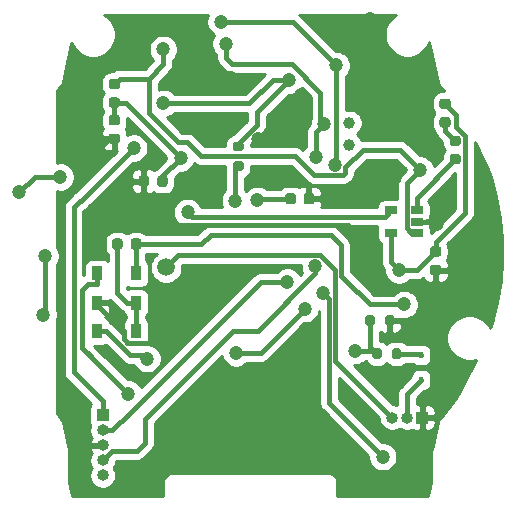
<source format=gbr>
G04 #@! TF.GenerationSoftware,KiCad,Pcbnew,5.1.8-1.fc33*
G04 #@! TF.CreationDate,2020-12-23T22:24:44+01:00*
G04 #@! TF.ProjectId,venom,76656e6f-6d2e-46b6-9963-61645f706362,rev?*
G04 #@! TF.SameCoordinates,Original*
G04 #@! TF.FileFunction,Copper,L2,Bot*
G04 #@! TF.FilePolarity,Positive*
%FSLAX46Y46*%
G04 Gerber Fmt 4.6, Leading zero omitted, Abs format (unit mm)*
G04 Created by KiCad (PCBNEW 5.1.8-1.fc33) date 2020-12-23 22:24:44*
%MOMM*%
%LPD*%
G01*
G04 APERTURE LIST*
G04 #@! TA.AperFunction,ComponentPad*
%ADD10C,1.000000*%
G04 #@! TD*
G04 #@! TA.AperFunction,SMDPad,CuDef*
%ADD11R,0.900000X1.200000*%
G04 #@! TD*
G04 #@! TA.AperFunction,ComponentPad*
%ADD12R,1.000000X1.000000*%
G04 #@! TD*
G04 #@! TA.AperFunction,ComponentPad*
%ADD13O,1.000000X1.000000*%
G04 #@! TD*
G04 #@! TA.AperFunction,SMDPad,CuDef*
%ADD14R,0.450000X0.600000*%
G04 #@! TD*
G04 #@! TA.AperFunction,SMDPad,CuDef*
%ADD15R,1.060000X0.650000*%
G04 #@! TD*
G04 #@! TA.AperFunction,ViaPad*
%ADD16C,1.200000*%
G04 #@! TD*
G04 #@! TA.AperFunction,ViaPad*
%ADD17C,1.500000*%
G04 #@! TD*
G04 #@! TA.AperFunction,Conductor*
%ADD18C,0.400000*%
G04 #@! TD*
G04 #@! TA.AperFunction,Conductor*
%ADD19C,0.300000*%
G04 #@! TD*
G04 #@! TA.AperFunction,Conductor*
%ADD20C,0.254000*%
G04 #@! TD*
G04 #@! TA.AperFunction,Conductor*
%ADD21C,0.100000*%
G04 #@! TD*
G04 APERTURE END LIST*
D10*
X167894000Y-109728000D03*
X167894000Y-107828000D03*
G04 #@! TA.AperFunction,SMDPad,CuDef*
G36*
G01*
X147825000Y-118336250D02*
X147825000Y-117823750D01*
G75*
G02*
X148043750Y-117605000I218750J0D01*
G01*
X148481250Y-117605000D01*
G75*
G02*
X148700000Y-117823750I0J-218750D01*
G01*
X148700000Y-118336250D01*
G75*
G02*
X148481250Y-118555000I-218750J0D01*
G01*
X148043750Y-118555000D01*
G75*
G02*
X147825000Y-118336250I0J218750D01*
G01*
G37*
G04 #@! TD.AperFunction*
G04 #@! TA.AperFunction,SMDPad,CuDef*
G36*
G01*
X149400000Y-118336250D02*
X149400000Y-117823750D01*
G75*
G02*
X149618750Y-117605000I218750J0D01*
G01*
X150056250Y-117605000D01*
G75*
G02*
X150275000Y-117823750I0J-218750D01*
G01*
X150275000Y-118336250D01*
G75*
G02*
X150056250Y-118555000I-218750J0D01*
G01*
X149618750Y-118555000D01*
G75*
G02*
X149400000Y-118336250I0J218750D01*
G01*
G37*
G04 #@! TD.AperFunction*
D11*
X146540000Y-123070000D03*
X149840000Y-123070000D03*
X146540000Y-125450000D03*
X149840000Y-125450000D03*
X146550000Y-120560000D03*
X149850000Y-120560000D03*
G04 #@! TA.AperFunction,SMDPad,CuDef*
G36*
G01*
X147743750Y-105670000D02*
X148256250Y-105670000D01*
G75*
G02*
X148475000Y-105888750I0J-218750D01*
G01*
X148475000Y-106326250D01*
G75*
G02*
X148256250Y-106545000I-218750J0D01*
G01*
X147743750Y-106545000D01*
G75*
G02*
X147525000Y-106326250I0J218750D01*
G01*
X147525000Y-105888750D01*
G75*
G02*
X147743750Y-105670000I218750J0D01*
G01*
G37*
G04 #@! TD.AperFunction*
G04 #@! TA.AperFunction,SMDPad,CuDef*
G36*
G01*
X147743750Y-104095000D02*
X148256250Y-104095000D01*
G75*
G02*
X148475000Y-104313750I0J-218750D01*
G01*
X148475000Y-104751250D01*
G75*
G02*
X148256250Y-104970000I-218750J0D01*
G01*
X147743750Y-104970000D01*
G75*
G02*
X147525000Y-104751250I0J218750D01*
G01*
X147525000Y-104313750D01*
G75*
G02*
X147743750Y-104095000I218750J0D01*
G01*
G37*
G04 #@! TD.AperFunction*
G04 #@! TA.AperFunction,SMDPad,CuDef*
G36*
G01*
X147743750Y-107155000D02*
X148256250Y-107155000D01*
G75*
G02*
X148475000Y-107373750I0J-218750D01*
G01*
X148475000Y-107811250D01*
G75*
G02*
X148256250Y-108030000I-218750J0D01*
G01*
X147743750Y-108030000D01*
G75*
G02*
X147525000Y-107811250I0J218750D01*
G01*
X147525000Y-107373750D01*
G75*
G02*
X147743750Y-107155000I218750J0D01*
G01*
G37*
G04 #@! TD.AperFunction*
G04 #@! TA.AperFunction,SMDPad,CuDef*
G36*
G01*
X147743750Y-108730000D02*
X148256250Y-108730000D01*
G75*
G02*
X148475000Y-108948750I0J-218750D01*
G01*
X148475000Y-109386250D01*
G75*
G02*
X148256250Y-109605000I-218750J0D01*
G01*
X147743750Y-109605000D01*
G75*
G02*
X147525000Y-109386250I0J218750D01*
G01*
X147525000Y-108948750D01*
G75*
G02*
X147743750Y-108730000I218750J0D01*
G01*
G37*
G04 #@! TD.AperFunction*
G04 #@! TA.AperFunction,SMDPad,CuDef*
G36*
G01*
X176603750Y-110470000D02*
X177116250Y-110470000D01*
G75*
G02*
X177335000Y-110688750I0J-218750D01*
G01*
X177335000Y-111126250D01*
G75*
G02*
X177116250Y-111345000I-218750J0D01*
G01*
X176603750Y-111345000D01*
G75*
G02*
X176385000Y-111126250I0J218750D01*
G01*
X176385000Y-110688750D01*
G75*
G02*
X176603750Y-110470000I218750J0D01*
G01*
G37*
G04 #@! TD.AperFunction*
G04 #@! TA.AperFunction,SMDPad,CuDef*
G36*
G01*
X176603750Y-108895000D02*
X177116250Y-108895000D01*
G75*
G02*
X177335000Y-109113750I0J-218750D01*
G01*
X177335000Y-109551250D01*
G75*
G02*
X177116250Y-109770000I-218750J0D01*
G01*
X176603750Y-109770000D01*
G75*
G02*
X176385000Y-109551250I0J218750D01*
G01*
X176385000Y-109113750D01*
G75*
G02*
X176603750Y-108895000I218750J0D01*
G01*
G37*
G04 #@! TD.AperFunction*
G04 #@! TA.AperFunction,SMDPad,CuDef*
G36*
G01*
X174943750Y-118275000D02*
X175456250Y-118275000D01*
G75*
G02*
X175675000Y-118493750I0J-218750D01*
G01*
X175675000Y-118931250D01*
G75*
G02*
X175456250Y-119150000I-218750J0D01*
G01*
X174943750Y-119150000D01*
G75*
G02*
X174725000Y-118931250I0J218750D01*
G01*
X174725000Y-118493750D01*
G75*
G02*
X174943750Y-118275000I218750J0D01*
G01*
G37*
G04 #@! TD.AperFunction*
G04 #@! TA.AperFunction,SMDPad,CuDef*
G36*
G01*
X174943750Y-119850000D02*
X175456250Y-119850000D01*
G75*
G02*
X175675000Y-120068750I0J-218750D01*
G01*
X175675000Y-120506250D01*
G75*
G02*
X175456250Y-120725000I-218750J0D01*
G01*
X174943750Y-120725000D01*
G75*
G02*
X174725000Y-120506250I0J218750D01*
G01*
X174725000Y-120068750D01*
G75*
G02*
X174943750Y-119850000I218750J0D01*
G01*
G37*
G04 #@! TD.AperFunction*
G04 #@! TA.AperFunction,SMDPad,CuDef*
G36*
G01*
X176256250Y-108225000D02*
X175743750Y-108225000D01*
G75*
G02*
X175525000Y-108006250I0J218750D01*
G01*
X175525000Y-107568750D01*
G75*
G02*
X175743750Y-107350000I218750J0D01*
G01*
X176256250Y-107350000D01*
G75*
G02*
X176475000Y-107568750I0J-218750D01*
G01*
X176475000Y-108006250D01*
G75*
G02*
X176256250Y-108225000I-218750J0D01*
G01*
G37*
G04 #@! TD.AperFunction*
G04 #@! TA.AperFunction,SMDPad,CuDef*
G36*
G01*
X176256250Y-106650000D02*
X175743750Y-106650000D01*
G75*
G02*
X175525000Y-106431250I0J218750D01*
G01*
X175525000Y-105993750D01*
G75*
G02*
X175743750Y-105775000I218750J0D01*
G01*
X176256250Y-105775000D01*
G75*
G02*
X176475000Y-105993750I0J-218750D01*
G01*
X176475000Y-106431250D01*
G75*
G02*
X176256250Y-106650000I-218750J0D01*
G01*
G37*
G04 #@! TD.AperFunction*
G04 #@! TA.AperFunction,SMDPad,CuDef*
G36*
G01*
X152515000Y-112503750D02*
X152515000Y-113016250D01*
G75*
G02*
X152296250Y-113235000I-218750J0D01*
G01*
X151858750Y-113235000D01*
G75*
G02*
X151640000Y-113016250I0J218750D01*
G01*
X151640000Y-112503750D01*
G75*
G02*
X151858750Y-112285000I218750J0D01*
G01*
X152296250Y-112285000D01*
G75*
G02*
X152515000Y-112503750I0J-218750D01*
G01*
G37*
G04 #@! TD.AperFunction*
G04 #@! TA.AperFunction,SMDPad,CuDef*
G36*
G01*
X150940000Y-112503750D02*
X150940000Y-113016250D01*
G75*
G02*
X150721250Y-113235000I-218750J0D01*
G01*
X150283750Y-113235000D01*
G75*
G02*
X150065000Y-113016250I0J218750D01*
G01*
X150065000Y-112503750D01*
G75*
G02*
X150283750Y-112285000I218750J0D01*
G01*
X150721250Y-112285000D01*
G75*
G02*
X150940000Y-112503750I0J-218750D01*
G01*
G37*
G04 #@! TD.AperFunction*
D12*
X147012660Y-132593080D03*
D13*
X147012660Y-133863080D03*
X147012660Y-135133080D03*
X147012660Y-136403080D03*
X147012660Y-137673080D03*
G04 #@! TA.AperFunction,SMDPad,CuDef*
G36*
G01*
X162485620Y-114489040D02*
X162485620Y-113989040D01*
G75*
G02*
X162710620Y-113764040I225000J0D01*
G01*
X163160620Y-113764040D01*
G75*
G02*
X163385620Y-113989040I0J-225000D01*
G01*
X163385620Y-114489040D01*
G75*
G02*
X163160620Y-114714040I-225000J0D01*
G01*
X162710620Y-114714040D01*
G75*
G02*
X162485620Y-114489040I0J225000D01*
G01*
G37*
G04 #@! TD.AperFunction*
G04 #@! TA.AperFunction,SMDPad,CuDef*
G36*
G01*
X164035620Y-114489040D02*
X164035620Y-113989040D01*
G75*
G02*
X164260620Y-113764040I225000J0D01*
G01*
X164710620Y-113764040D01*
G75*
G02*
X164935620Y-113989040I0J-225000D01*
G01*
X164935620Y-114489040D01*
G75*
G02*
X164710620Y-114714040I-225000J0D01*
G01*
X164260620Y-114714040D01*
G75*
G02*
X164035620Y-114489040I0J225000D01*
G01*
G37*
G04 #@! TD.AperFunction*
D14*
X173982380Y-127491780D03*
X173982380Y-129591780D03*
G04 #@! TA.AperFunction,SMDPad,CuDef*
G36*
G01*
X170654160Y-127088220D02*
X170654160Y-127638220D01*
G75*
G02*
X170454160Y-127838220I-200000J0D01*
G01*
X170054160Y-127838220D01*
G75*
G02*
X169854160Y-127638220I0J200000D01*
G01*
X169854160Y-127088220D01*
G75*
G02*
X170054160Y-126888220I200000J0D01*
G01*
X170454160Y-126888220D01*
G75*
G02*
X170654160Y-127088220I0J-200000D01*
G01*
G37*
G04 #@! TD.AperFunction*
G04 #@! TA.AperFunction,SMDPad,CuDef*
G36*
G01*
X172304160Y-127088220D02*
X172304160Y-127638220D01*
G75*
G02*
X172104160Y-127838220I-200000J0D01*
G01*
X171704160Y-127838220D01*
G75*
G02*
X171504160Y-127638220I0J200000D01*
G01*
X171504160Y-127088220D01*
G75*
G02*
X171704160Y-126888220I200000J0D01*
G01*
X172104160Y-126888220D01*
G75*
G02*
X172304160Y-127088220I0J-200000D01*
G01*
G37*
G04 #@! TD.AperFunction*
G04 #@! TA.AperFunction,SMDPad,CuDef*
G36*
G01*
X169269960Y-124834060D02*
X169269960Y-124284060D01*
G75*
G02*
X169469960Y-124084060I200000J0D01*
G01*
X169869960Y-124084060D01*
G75*
G02*
X170069960Y-124284060I0J-200000D01*
G01*
X170069960Y-124834060D01*
G75*
G02*
X169869960Y-125034060I-200000J0D01*
G01*
X169469960Y-125034060D01*
G75*
G02*
X169269960Y-124834060I0J200000D01*
G01*
G37*
G04 #@! TD.AperFunction*
G04 #@! TA.AperFunction,SMDPad,CuDef*
G36*
G01*
X170919960Y-124834060D02*
X170919960Y-124284060D01*
G75*
G02*
X171119960Y-124084060I200000J0D01*
G01*
X171519960Y-124084060D01*
G75*
G02*
X171719960Y-124284060I0J-200000D01*
G01*
X171719960Y-124834060D01*
G75*
G02*
X171519960Y-125034060I-200000J0D01*
G01*
X171119960Y-125034060D01*
G75*
G02*
X170919960Y-124834060I0J200000D01*
G01*
G37*
G04 #@! TD.AperFunction*
D12*
X174068740Y-132770880D03*
D13*
X172798740Y-132770880D03*
X171528740Y-132770880D03*
G04 #@! TA.AperFunction,SMDPad,CuDef*
G36*
G01*
X158221000Y-109427560D02*
X158771000Y-109427560D01*
G75*
G02*
X158971000Y-109627560I0J-200000D01*
G01*
X158971000Y-110027560D01*
G75*
G02*
X158771000Y-110227560I-200000J0D01*
G01*
X158221000Y-110227560D01*
G75*
G02*
X158021000Y-110027560I0J200000D01*
G01*
X158021000Y-109627560D01*
G75*
G02*
X158221000Y-109427560I200000J0D01*
G01*
G37*
G04 #@! TD.AperFunction*
G04 #@! TA.AperFunction,SMDPad,CuDef*
G36*
G01*
X158221000Y-111077560D02*
X158771000Y-111077560D01*
G75*
G02*
X158971000Y-111277560I0J-200000D01*
G01*
X158971000Y-111677560D01*
G75*
G02*
X158771000Y-111877560I-200000J0D01*
G01*
X158221000Y-111877560D01*
G75*
G02*
X158021000Y-111677560I0J200000D01*
G01*
X158021000Y-111277560D01*
G75*
G02*
X158221000Y-111077560I200000J0D01*
G01*
G37*
G04 #@! TD.AperFunction*
D15*
X173609180Y-115227060D03*
X173609180Y-116177060D03*
X173609180Y-117127060D03*
X171409180Y-117127060D03*
X171409180Y-115227060D03*
D16*
X145900000Y-110830000D03*
X147950000Y-115300000D03*
X144250000Y-104150000D03*
X171450000Y-103400000D03*
X169900000Y-118850000D03*
X179055000Y-111995000D03*
X154700000Y-120850000D03*
X175400000Y-123150000D03*
X169680000Y-99020000D03*
X153162000Y-104648000D03*
X153670000Y-107696000D03*
X156438600Y-133179820D03*
X154820000Y-99340000D03*
X157873700Y-103995220D03*
X171805600Y-112463580D03*
X175361600Y-116413280D03*
X163774120Y-105443020D03*
X161533840Y-112806480D03*
X160162240Y-109189520D03*
X162814000Y-104200000D03*
X152146000Y-106172000D03*
X158300000Y-127300000D03*
X164150000Y-123550000D03*
X172552360Y-123195080D03*
X149190000Y-130780000D03*
X150763173Y-127786827D03*
X165798500Y-107878880D03*
X165050000Y-110749999D03*
X157440000Y-101110000D03*
X166790000Y-102960000D03*
X166650000Y-111350000D03*
X157030000Y-99280000D03*
X152146000Y-101600000D03*
X173900000Y-111800000D03*
X172095160Y-120317260D03*
X153640000Y-110790000D03*
X154200000Y-115400000D03*
X165011100Y-119933720D03*
X162650000Y-121300000D03*
X149650000Y-109950000D03*
X170730000Y-136080000D03*
X165650000Y-122200000D03*
X143440000Y-112410000D03*
X139965000Y-113715000D03*
X142140000Y-119110000D03*
X141960000Y-124060000D03*
X168419780Y-127096520D03*
X160124468Y-114378412D03*
D17*
X152382220Y-120053100D03*
D16*
X158231840Y-114401600D03*
D18*
X148000000Y-109167500D02*
X147562500Y-109167500D01*
X147562500Y-109167500D02*
X145900000Y-110830000D01*
X149069999Y-126450001D02*
X151649999Y-126450001D01*
X146540000Y-123070000D02*
X146540000Y-123220000D01*
X151649999Y-126450001D02*
X152500000Y-125600000D01*
X169200000Y-117025000D02*
X169200000Y-118150000D01*
X169200000Y-118150000D02*
X169900000Y-118850000D01*
X146540000Y-123220000D02*
X148800000Y-125480000D01*
X148800000Y-125480000D02*
X148800000Y-126111458D01*
X149104271Y-126415729D02*
X148800000Y-126111458D01*
X175200000Y-122950000D02*
X175400000Y-123150000D01*
X175200000Y-120287500D02*
X175200000Y-122950000D01*
X168829290Y-116654290D02*
X169200000Y-117025000D01*
X167969168Y-116654290D02*
X168829290Y-116654290D01*
X147950000Y-115300000D02*
X149150001Y-116500001D01*
X167814879Y-116500001D02*
X167969168Y-116654290D01*
X149150001Y-116500001D02*
X167814879Y-116500001D01*
X173990940Y-124559060D02*
X175400000Y-123150000D01*
X171319960Y-124559060D02*
X173990940Y-124559060D01*
X171473584Y-112463580D02*
X171805600Y-112463580D01*
X175125380Y-116177060D02*
X175361600Y-116413280D01*
X173609180Y-116177060D02*
X175125380Y-116177060D01*
X170030140Y-114239040D02*
X171805600Y-112463580D01*
X168480740Y-114239040D02*
X170030140Y-114239040D01*
X164485620Y-114239040D02*
X168480740Y-114239040D01*
X168480740Y-114239040D02*
X168954040Y-114239040D01*
X160400000Y-127300000D02*
X158300000Y-127300000D01*
X164150000Y-123550000D02*
X160400000Y-127300000D01*
X152146000Y-106172000D02*
X159428000Y-106172000D01*
X159428000Y-106172000D02*
X161400000Y-104200000D01*
X160083000Y-106931000D02*
X162814000Y-104200000D01*
X160083000Y-107983020D02*
X160083000Y-106931000D01*
X158496000Y-109570020D02*
X160083000Y-107983020D01*
X158496000Y-109827560D02*
X158496000Y-109570020D01*
X161400000Y-104200000D02*
X162814000Y-104200000D01*
X149840000Y-122920000D02*
X149840000Y-123070000D01*
X148262500Y-122242500D02*
X149090000Y-123070000D01*
X149090000Y-123070000D02*
X149840000Y-123070000D01*
X148262500Y-118080000D02*
X148262500Y-122242500D01*
X149840000Y-125450000D02*
X149840000Y-123070000D01*
D19*
X149850000Y-118092500D02*
X149837500Y-118080000D01*
D18*
X149850000Y-120560000D02*
X149850000Y-118092500D01*
X167199999Y-118199999D02*
X167199999Y-120757119D01*
X166310000Y-117310000D02*
X167199999Y-118199999D01*
X167199999Y-120757119D02*
X167471440Y-121028560D01*
D19*
X167321440Y-120878560D02*
X167471440Y-121028560D01*
D18*
X156150002Y-117310000D02*
X166310000Y-117310000D01*
X169637960Y-123195080D02*
X172552360Y-123195080D01*
X167471440Y-121028560D02*
X169637960Y-123195080D01*
X155380002Y-118080000D02*
X156150002Y-117310000D01*
X149837500Y-118080000D02*
X155380002Y-118080000D01*
X146550000Y-120560000D02*
X146550000Y-121460000D01*
X146355000Y-127945000D02*
X149190000Y-130780000D01*
X146550000Y-121460000D02*
X145790000Y-121460000D01*
X145790000Y-121460000D02*
X145300000Y-121950000D01*
X145300000Y-126890000D02*
X146355000Y-127945000D01*
X145739999Y-127329999D02*
X146355000Y-127945000D01*
X145300000Y-121950000D02*
X145300000Y-126890000D01*
X146540000Y-125450000D02*
X147290000Y-125450000D01*
X147290000Y-125450000D02*
X149343419Y-127503419D01*
X149343419Y-127503419D02*
X150479765Y-127503419D01*
X150479765Y-127503419D02*
X150763173Y-127786827D01*
X165050000Y-108627380D02*
X165798500Y-107878880D01*
X165050000Y-110749999D02*
X165050000Y-108627380D01*
X165449999Y-107530379D02*
X165798500Y-107878880D01*
X165449999Y-105279999D02*
X165449999Y-107530379D01*
X163020000Y-102850000D02*
X165449999Y-105279999D01*
X158000000Y-102850000D02*
X163020000Y-102850000D01*
X157440000Y-102290000D02*
X158000000Y-102850000D01*
X157440000Y-101110000D02*
X157440000Y-102290000D01*
D19*
X166900000Y-103070000D02*
X166790000Y-102960000D01*
D18*
X166790000Y-111210000D02*
X166650000Y-111350000D01*
X166790000Y-102960000D02*
X166790000Y-111210000D01*
X166790000Y-102940000D02*
X166790000Y-102960000D01*
X166790000Y-102960000D02*
X163110000Y-99280000D01*
X157030000Y-99280000D02*
X163110000Y-99280000D01*
D19*
X173900000Y-111800000D02*
X174060000Y-111640000D01*
D18*
X148461612Y-104070888D02*
X150919112Y-104070888D01*
X148000000Y-104532500D02*
X148461612Y-104070888D01*
X173900000Y-111800000D02*
X172190000Y-110090000D01*
X150919112Y-106977112D02*
X153416000Y-109474000D01*
X150919112Y-104070888D02*
X150919112Y-106977112D01*
X153416000Y-109474000D02*
X154178000Y-109474000D01*
X152146000Y-102844000D02*
X152146000Y-101600000D01*
X150919112Y-104070888D02*
X152146000Y-102844000D01*
X172190000Y-110090000D02*
X169056000Y-110090000D01*
X169056000Y-110090000D02*
X167550001Y-111595999D01*
X155333700Y-110629700D02*
X163304220Y-110629700D01*
X154178000Y-109474000D02*
X155333700Y-110629700D01*
X164924521Y-112250001D02*
X167391641Y-112250001D01*
X167391641Y-112250001D02*
X167550001Y-112091641D01*
X163304220Y-110629700D02*
X164924521Y-112250001D01*
X167550001Y-111595999D02*
X167550001Y-112091641D01*
X173144380Y-112555620D02*
X173900000Y-111800000D01*
X172779179Y-112920821D02*
X173900000Y-111800000D01*
X172779179Y-116742061D02*
X172779179Y-112920821D01*
X173164178Y-117127060D02*
X172779179Y-116742061D01*
X173609180Y-117127060D02*
X173164178Y-117127060D01*
X176972510Y-107185010D02*
X176000000Y-106212500D01*
X176972510Y-108201016D02*
X177685010Y-108913516D01*
X176972510Y-107185010D02*
X176972510Y-108201016D01*
X173595240Y-120317260D02*
X175200000Y-118712500D01*
X172095160Y-120317260D02*
X173595240Y-120317260D01*
X171409180Y-119631280D02*
X172095160Y-120317260D01*
X171409180Y-117127060D02*
X171409180Y-119631280D01*
X177685010Y-115421872D02*
X175200000Y-117906882D01*
X175200000Y-117906882D02*
X175200000Y-118712500D01*
X177685010Y-108913516D02*
X177685010Y-115421872D01*
X176000000Y-108472500D02*
X176860000Y-109332500D01*
X176000000Y-107787500D02*
X176000000Y-108472500D01*
X148000000Y-106107500D02*
X148000000Y-107592500D01*
X148000000Y-106107500D02*
X148957500Y-106107500D01*
X148957500Y-106107500D02*
X153640000Y-110790000D01*
X152077500Y-112352500D02*
X153640000Y-110790000D01*
X152077500Y-112760000D02*
X152077500Y-112352500D01*
X173609180Y-114158320D02*
X176860000Y-110907500D01*
X173609180Y-115227060D02*
X173609180Y-114158320D01*
X170881240Y-115755000D02*
X171409180Y-115227060D01*
X154555000Y-115755000D02*
X170881240Y-115755000D01*
X154200000Y-115400000D02*
X154555000Y-115755000D01*
D19*
X165028003Y-120549999D02*
X165050001Y-120549999D01*
D18*
X147815740Y-135600000D02*
X147012660Y-136403080D01*
X149900000Y-135600000D02*
X147815740Y-135600000D01*
X150600000Y-134900000D02*
X149900000Y-135600000D01*
X150600000Y-132900000D02*
X150600000Y-134900000D01*
X158050000Y-125450000D02*
X150600000Y-132900000D01*
X160128002Y-125450000D02*
X158050000Y-125450000D01*
X165011100Y-120566902D02*
X165011100Y-119933720D01*
X160128002Y-125450000D02*
X165011100Y-120566902D01*
D19*
X161492880Y-121300000D02*
X162650000Y-121300000D01*
D18*
X160400000Y-121300000D02*
X162650000Y-121300000D01*
X147836920Y-133863080D02*
X149299310Y-132400690D01*
X149299310Y-132400690D02*
X160400000Y-121300000D01*
X147012660Y-133863080D02*
X147836920Y-133863080D01*
X149000000Y-132700000D02*
X149299310Y-132400690D01*
X145189989Y-114410011D02*
X149650000Y-109950000D01*
X145089989Y-114410011D02*
X145189989Y-114410011D01*
X144550000Y-128950000D02*
X144550000Y-114950000D01*
X147012660Y-131412660D02*
X144550000Y-128950000D01*
X144550000Y-114950000D02*
X145089989Y-114410011D01*
X147012660Y-132593080D02*
X147012660Y-131412660D01*
X166240000Y-131590000D02*
X170730000Y-136080000D01*
X170730000Y-136080000D02*
X166199979Y-131549979D01*
X166199979Y-122749979D02*
X165650000Y-122200000D01*
X166199979Y-131549979D02*
X166199979Y-122749979D01*
X139950000Y-113730000D02*
X139965000Y-113715000D01*
X141270000Y-112410000D02*
X143440000Y-112410000D01*
X143440000Y-112410000D02*
X143500000Y-112410000D01*
X139965000Y-113715000D02*
X141270000Y-112410000D01*
X142140000Y-123880000D02*
X142140000Y-119110000D01*
X142140000Y-123880000D02*
X141960000Y-124060000D01*
X173853820Y-127363220D02*
X173982380Y-127491780D01*
X171904160Y-127363220D02*
X173853820Y-127363220D01*
X172798740Y-130775420D02*
X173982380Y-129591780D01*
X172798740Y-132770880D02*
X172798740Y-130775420D01*
X169987460Y-127096520D02*
X170254160Y-127363220D01*
X168419780Y-127096520D02*
X169987460Y-127096520D01*
X160263840Y-114239040D02*
X160124468Y-114378412D01*
X162935620Y-114239040D02*
X160263840Y-114239040D01*
X169669960Y-126779020D02*
X170254160Y-127363220D01*
X169669960Y-124559060D02*
X169669960Y-126779020D01*
X166699989Y-127942129D02*
X171528740Y-132770880D01*
X166699989Y-120290607D02*
X166699989Y-127942129D01*
X165443101Y-119033719D02*
X166699989Y-120290607D01*
X153401601Y-119033719D02*
X165443101Y-119033719D01*
X152382220Y-120053100D02*
X153401601Y-119033719D01*
X158231840Y-111741720D02*
X158496000Y-111477560D01*
X158231840Y-114401600D02*
X158231840Y-111741720D01*
D20*
X155935557Y-98695008D02*
X155842460Y-98919764D01*
X155795000Y-99158363D01*
X155795000Y-99401637D01*
X155842460Y-99640236D01*
X155935557Y-99864992D01*
X156070713Y-100067267D01*
X156242733Y-100239287D01*
X156445008Y-100374443D01*
X156445911Y-100374817D01*
X156345557Y-100525008D01*
X156252460Y-100749764D01*
X156205000Y-100988363D01*
X156205000Y-101231637D01*
X156252460Y-101470236D01*
X156345557Y-101694992D01*
X156480713Y-101897267D01*
X156605001Y-102021555D01*
X156605001Y-102248972D01*
X156600960Y-102290000D01*
X156617082Y-102453688D01*
X156664828Y-102611086D01*
X156742364Y-102756145D01*
X156742365Y-102756146D01*
X156846710Y-102883291D01*
X156878574Y-102909441D01*
X157380558Y-103411426D01*
X157406709Y-103443291D01*
X157533854Y-103547636D01*
X157678913Y-103625172D01*
X157836311Y-103672918D01*
X157958981Y-103685000D01*
X157958982Y-103685000D01*
X158000000Y-103689040D01*
X158041018Y-103685000D01*
X160734132Y-103685000D01*
X159082133Y-105337000D01*
X153057554Y-105337000D01*
X152933267Y-105212713D01*
X152730992Y-105077557D01*
X152506236Y-104984460D01*
X152267637Y-104937000D01*
X152024363Y-104937000D01*
X151785764Y-104984460D01*
X151754112Y-104997571D01*
X151754112Y-104416755D01*
X152707433Y-103463436D01*
X152739291Y-103437291D01*
X152788703Y-103377083D01*
X152843636Y-103310146D01*
X152921172Y-103165087D01*
X152946486Y-103081637D01*
X152968918Y-103007689D01*
X152981000Y-102885019D01*
X152981000Y-102885018D01*
X152985040Y-102844000D01*
X152981000Y-102802982D01*
X152981000Y-102511554D01*
X153105287Y-102387267D01*
X153240443Y-102184992D01*
X153333540Y-101960236D01*
X153381000Y-101721637D01*
X153381000Y-101478363D01*
X153333540Y-101239764D01*
X153240443Y-101015008D01*
X153105287Y-100812733D01*
X152933267Y-100640713D01*
X152730992Y-100505557D01*
X152506236Y-100412460D01*
X152267637Y-100365000D01*
X152024363Y-100365000D01*
X151785764Y-100412460D01*
X151561008Y-100505557D01*
X151358733Y-100640713D01*
X151186713Y-100812733D01*
X151051557Y-101015008D01*
X150958460Y-101239764D01*
X150911000Y-101478363D01*
X150911000Y-101721637D01*
X150958460Y-101960236D01*
X151051557Y-102184992D01*
X151186713Y-102387267D01*
X151304289Y-102504843D01*
X150573245Y-103235888D01*
X148502630Y-103235888D01*
X148461612Y-103231848D01*
X148420593Y-103235888D01*
X148297923Y-103247970D01*
X148140525Y-103295716D01*
X147995466Y-103373252D01*
X147893506Y-103456928D01*
X147743750Y-103456928D01*
X147576592Y-103473392D01*
X147415858Y-103522150D01*
X147267725Y-103601329D01*
X147137885Y-103707885D01*
X147031329Y-103837725D01*
X146952150Y-103985858D01*
X146903392Y-104146592D01*
X146886928Y-104313750D01*
X146886928Y-104751250D01*
X146903392Y-104918408D01*
X146952150Y-105079142D01*
X147031329Y-105227275D01*
X147107426Y-105320000D01*
X147031329Y-105412725D01*
X146952150Y-105560858D01*
X146903392Y-105721592D01*
X146886928Y-105888750D01*
X146886928Y-106326250D01*
X146903392Y-106493408D01*
X146952150Y-106654142D01*
X147031329Y-106802275D01*
X147070496Y-106850000D01*
X147031329Y-106897725D01*
X146952150Y-107045858D01*
X146903392Y-107206592D01*
X146886928Y-107373750D01*
X146886928Y-107811250D01*
X146903392Y-107978408D01*
X146952150Y-108139142D01*
X147031329Y-108287275D01*
X147049100Y-108308930D01*
X146994463Y-108375506D01*
X146935498Y-108485820D01*
X146899188Y-108605518D01*
X146886928Y-108730000D01*
X146890000Y-108881750D01*
X147048750Y-109040500D01*
X147873000Y-109040500D01*
X147873000Y-109020500D01*
X148127000Y-109020500D01*
X148127000Y-109040500D01*
X148147000Y-109040500D01*
X148147000Y-109294500D01*
X148127000Y-109294500D01*
X148127000Y-110081250D01*
X148232441Y-110186691D01*
X144790996Y-113628137D01*
X144768902Y-113634839D01*
X144623843Y-113712375D01*
X144496698Y-113816720D01*
X144470550Y-113848582D01*
X143988574Y-114330559D01*
X143956710Y-114356709D01*
X143886206Y-114442619D01*
X143852364Y-114483855D01*
X143774828Y-114628914D01*
X143727082Y-114786312D01*
X143710960Y-114950000D01*
X143715001Y-114991029D01*
X143715000Y-128908981D01*
X143710960Y-128950000D01*
X143720573Y-129047600D01*
X143727082Y-129113688D01*
X143774828Y-129271086D01*
X143852364Y-129416145D01*
X143956709Y-129543291D01*
X143988579Y-129569446D01*
X146061273Y-131642141D01*
X145982123Y-131738586D01*
X145923158Y-131848900D01*
X145886848Y-131968598D01*
X145874588Y-132093080D01*
X145874588Y-133093080D01*
X145886848Y-133217562D01*
X145923158Y-133337260D01*
X145967548Y-133420306D01*
X145921277Y-133532013D01*
X145877660Y-133751292D01*
X145877660Y-133974868D01*
X145921277Y-134194147D01*
X146006836Y-134400704D01*
X146075013Y-134502738D01*
X146025537Y-134572874D01*
X145935214Y-134776216D01*
X145918541Y-134831206D01*
X146044706Y-135006080D01*
X146885660Y-135006080D01*
X146885660Y-134995054D01*
X146900872Y-134998080D01*
X147124448Y-134998080D01*
X147139660Y-134995054D01*
X147139660Y-135006080D01*
X147159660Y-135006080D01*
X147159660Y-135075211D01*
X146966792Y-135268080D01*
X146900872Y-135268080D01*
X146885660Y-135271106D01*
X146885660Y-135260080D01*
X146044706Y-135260080D01*
X145918541Y-135434954D01*
X145935214Y-135489944D01*
X146025537Y-135693286D01*
X146075013Y-135763422D01*
X146006836Y-135865456D01*
X145921277Y-136072013D01*
X145877660Y-136291292D01*
X145877660Y-136514868D01*
X145921277Y-136734147D01*
X146006836Y-136940704D01*
X146071901Y-137038080D01*
X146006836Y-137135456D01*
X145921277Y-137342013D01*
X145877660Y-137561292D01*
X145877660Y-137784868D01*
X145921277Y-138004147D01*
X146006836Y-138210704D01*
X146131048Y-138396600D01*
X146289140Y-138554692D01*
X146475036Y-138678904D01*
X146681593Y-138764463D01*
X146900872Y-138808080D01*
X147124448Y-138808080D01*
X147343727Y-138764463D01*
X147550284Y-138678904D01*
X147736180Y-138554692D01*
X147894272Y-138396600D01*
X148018484Y-138210704D01*
X148104043Y-138004147D01*
X148147660Y-137784868D01*
X148147660Y-137561292D01*
X148104043Y-137342013D01*
X148018484Y-137135456D01*
X147953419Y-137038080D01*
X148018484Y-136940704D01*
X148104043Y-136734147D01*
X148147660Y-136514868D01*
X148147660Y-136448948D01*
X148161608Y-136435000D01*
X149858982Y-136435000D01*
X149900000Y-136439040D01*
X149941018Y-136435000D01*
X149941019Y-136435000D01*
X150063689Y-136422918D01*
X150221087Y-136375172D01*
X150366146Y-136297636D01*
X150493291Y-136193291D01*
X150519446Y-136161422D01*
X151161426Y-135519442D01*
X151193291Y-135493291D01*
X151297636Y-135366146D01*
X151375172Y-135221087D01*
X151422918Y-135063689D01*
X151435000Y-134941019D01*
X151435000Y-134941009D01*
X151439039Y-134900001D01*
X151435000Y-134858993D01*
X151435000Y-133245867D01*
X157097225Y-127583643D01*
X157112460Y-127660236D01*
X157205557Y-127884992D01*
X157340713Y-128087267D01*
X157512733Y-128259287D01*
X157715008Y-128394443D01*
X157939764Y-128487540D01*
X158178363Y-128535000D01*
X158421637Y-128535000D01*
X158660236Y-128487540D01*
X158884992Y-128394443D01*
X159087267Y-128259287D01*
X159211554Y-128135000D01*
X160358982Y-128135000D01*
X160400000Y-128139040D01*
X160441018Y-128135000D01*
X160441019Y-128135000D01*
X160563689Y-128122918D01*
X160721087Y-128075172D01*
X160866146Y-127997636D01*
X160993291Y-127893291D01*
X161019446Y-127861421D01*
X164095869Y-124785000D01*
X164271637Y-124785000D01*
X164510236Y-124737540D01*
X164734992Y-124644443D01*
X164937267Y-124509287D01*
X165109287Y-124337267D01*
X165244443Y-124134992D01*
X165337540Y-123910236D01*
X165364980Y-123772286D01*
X165364979Y-131508960D01*
X165360939Y-131549979D01*
X165364979Y-131590997D01*
X165377061Y-131713667D01*
X165424807Y-131871065D01*
X165502343Y-132016124D01*
X165606688Y-132143270D01*
X165638558Y-132169425D01*
X169495000Y-136025869D01*
X169495000Y-136201637D01*
X169542460Y-136440236D01*
X169635557Y-136664992D01*
X169770713Y-136867267D01*
X169942733Y-137039287D01*
X170145008Y-137174443D01*
X170369764Y-137267540D01*
X170608363Y-137315000D01*
X170851637Y-137315000D01*
X171090236Y-137267540D01*
X171314992Y-137174443D01*
X171517267Y-137039287D01*
X171689287Y-136867267D01*
X171824443Y-136664992D01*
X171917540Y-136440236D01*
X171965000Y-136201637D01*
X171965000Y-135958363D01*
X171917540Y-135719764D01*
X171824443Y-135495008D01*
X171689287Y-135292733D01*
X171517267Y-135120713D01*
X171314992Y-134985557D01*
X171090236Y-134892460D01*
X170851637Y-134845000D01*
X170675869Y-134845000D01*
X167034979Y-131204112D01*
X167034979Y-129457986D01*
X170393740Y-132816748D01*
X170393740Y-132882668D01*
X170437357Y-133101947D01*
X170522916Y-133308504D01*
X170647128Y-133494400D01*
X170805220Y-133652492D01*
X170991116Y-133776704D01*
X171197673Y-133862263D01*
X171416952Y-133905880D01*
X171640528Y-133905880D01*
X171859807Y-133862263D01*
X172066364Y-133776704D01*
X172163740Y-133711639D01*
X172261116Y-133776704D01*
X172467673Y-133862263D01*
X172686952Y-133905880D01*
X172910528Y-133905880D01*
X173129807Y-133862263D01*
X173241514Y-133815992D01*
X173324560Y-133860382D01*
X173444258Y-133896692D01*
X173568740Y-133908952D01*
X173782990Y-133905880D01*
X173941740Y-133747130D01*
X173941740Y-132897880D01*
X174195740Y-132897880D01*
X174195740Y-133747130D01*
X174354490Y-133905880D01*
X174568740Y-133908952D01*
X174693222Y-133896692D01*
X174812920Y-133860382D01*
X174923234Y-133801417D01*
X175019925Y-133722065D01*
X175099277Y-133625374D01*
X175158242Y-133515060D01*
X175194552Y-133395362D01*
X175206812Y-133270880D01*
X175203740Y-133056630D01*
X175044990Y-132897880D01*
X174195740Y-132897880D01*
X173941740Y-132897880D01*
X173930714Y-132897880D01*
X173933740Y-132882668D01*
X173933740Y-132659092D01*
X173930714Y-132643880D01*
X173941740Y-132643880D01*
X173941740Y-131794630D01*
X174195740Y-131794630D01*
X174195740Y-132643880D01*
X175044990Y-132643880D01*
X175203740Y-132485130D01*
X175206812Y-132270880D01*
X175194552Y-132146398D01*
X175158242Y-132026700D01*
X175099277Y-131916386D01*
X175019925Y-131819695D01*
X174923234Y-131740343D01*
X174812920Y-131681378D01*
X174693222Y-131645068D01*
X174568740Y-131632808D01*
X174354490Y-131635880D01*
X174195740Y-131794630D01*
X173941740Y-131794630D01*
X173782990Y-131635880D01*
X173633740Y-131633740D01*
X173633740Y-131121287D01*
X174227121Y-130527908D01*
X174331862Y-130517592D01*
X174451560Y-130481282D01*
X174561874Y-130422317D01*
X174658565Y-130342965D01*
X174737917Y-130246274D01*
X174796882Y-130135960D01*
X174833192Y-130016262D01*
X174845452Y-129891780D01*
X174845452Y-129291780D01*
X174833192Y-129167298D01*
X174796882Y-129047600D01*
X174737917Y-128937286D01*
X174658565Y-128840595D01*
X174561874Y-128761243D01*
X174451560Y-128702278D01*
X174331862Y-128665968D01*
X174207380Y-128653708D01*
X173757380Y-128653708D01*
X173632898Y-128665968D01*
X173513200Y-128702278D01*
X173402886Y-128761243D01*
X173306195Y-128840595D01*
X173226843Y-128937286D01*
X173167878Y-129047600D01*
X173131568Y-129167298D01*
X173121252Y-129272039D01*
X172237314Y-130155979D01*
X172205450Y-130182129D01*
X172162103Y-130234948D01*
X172101104Y-130309275D01*
X172023568Y-130454334D01*
X171975822Y-130611732D01*
X171959700Y-130775420D01*
X171963741Y-130816448D01*
X171963741Y-131722548D01*
X171859807Y-131679497D01*
X171640528Y-131635880D01*
X171574608Y-131635880D01*
X168263321Y-128324593D01*
X168298143Y-128331520D01*
X168541417Y-128331520D01*
X168780016Y-128284060D01*
X169004772Y-128190963D01*
X169207047Y-128055807D01*
X169288254Y-127974600D01*
X169357329Y-128103828D01*
X169461554Y-128230826D01*
X169588552Y-128335051D01*
X169733444Y-128412498D01*
X169890660Y-128460189D01*
X170054160Y-128476292D01*
X170454160Y-128476292D01*
X170617660Y-128460189D01*
X170774876Y-128412498D01*
X170919768Y-128335051D01*
X171046766Y-128230826D01*
X171079160Y-128191354D01*
X171111554Y-128230826D01*
X171238552Y-128335051D01*
X171383444Y-128412498D01*
X171540660Y-128460189D01*
X171704160Y-128476292D01*
X172104160Y-128476292D01*
X172267660Y-128460189D01*
X172424876Y-128412498D01*
X172569768Y-128335051D01*
X172696766Y-128230826D01*
X172723525Y-128198220D01*
X173269474Y-128198220D01*
X173306195Y-128242965D01*
X173402886Y-128322317D01*
X173513200Y-128381282D01*
X173632898Y-128417592D01*
X173757380Y-128429852D01*
X174207380Y-128429852D01*
X174331862Y-128417592D01*
X174451560Y-128381282D01*
X174561874Y-128322317D01*
X174658565Y-128242965D01*
X174737917Y-128146274D01*
X174796882Y-128035960D01*
X174833192Y-127916262D01*
X174845452Y-127791780D01*
X174845452Y-127191780D01*
X174833192Y-127067298D01*
X174796882Y-126947600D01*
X174737917Y-126837286D01*
X174658565Y-126740595D01*
X174561874Y-126661243D01*
X174451560Y-126602278D01*
X174331862Y-126565968D01*
X174207380Y-126553708D01*
X174061703Y-126553708D01*
X174017509Y-126540302D01*
X173894839Y-126528220D01*
X173894838Y-126528220D01*
X173853820Y-126524180D01*
X173812802Y-126528220D01*
X172723525Y-126528220D01*
X172696766Y-126495614D01*
X172569768Y-126391389D01*
X172424876Y-126313942D01*
X172267660Y-126266251D01*
X172104160Y-126250148D01*
X171704160Y-126250148D01*
X171540660Y-126266251D01*
X171383444Y-126313942D01*
X171238552Y-126391389D01*
X171111554Y-126495614D01*
X171079160Y-126535086D01*
X171046766Y-126495614D01*
X170919768Y-126391389D01*
X170774876Y-126313942D01*
X170617660Y-126266251D01*
X170504960Y-126255151D01*
X170504960Y-125514941D01*
X170565466Y-125564597D01*
X170675780Y-125623562D01*
X170795478Y-125659872D01*
X170919960Y-125672132D01*
X171034210Y-125669060D01*
X171192960Y-125510310D01*
X171192960Y-124686060D01*
X171446960Y-124686060D01*
X171446960Y-125510310D01*
X171605710Y-125669060D01*
X171719960Y-125672132D01*
X171844442Y-125659872D01*
X171964140Y-125623562D01*
X172074454Y-125564597D01*
X172171145Y-125485245D01*
X172250497Y-125388554D01*
X172309462Y-125278240D01*
X172345772Y-125158542D01*
X172358032Y-125034060D01*
X172354960Y-124844810D01*
X172196210Y-124686060D01*
X171446960Y-124686060D01*
X171192960Y-124686060D01*
X171172960Y-124686060D01*
X171172960Y-124432060D01*
X171192960Y-124432060D01*
X171192960Y-124412060D01*
X171446960Y-124412060D01*
X171446960Y-124432060D01*
X172196210Y-124432060D01*
X172236770Y-124391500D01*
X172430723Y-124430080D01*
X172673997Y-124430080D01*
X172912596Y-124382620D01*
X173137352Y-124289523D01*
X173339627Y-124154367D01*
X173511647Y-123982347D01*
X173646803Y-123780072D01*
X173739900Y-123555316D01*
X173787360Y-123316717D01*
X173787360Y-123073443D01*
X173739900Y-122834844D01*
X173646803Y-122610088D01*
X173511647Y-122407813D01*
X173339627Y-122235793D01*
X173137352Y-122100637D01*
X172912596Y-122007540D01*
X172673997Y-121960080D01*
X172430723Y-121960080D01*
X172192124Y-122007540D01*
X171967368Y-122100637D01*
X171765093Y-122235793D01*
X171640806Y-122360080D01*
X169983828Y-122360080D01*
X168090883Y-120467136D01*
X168090879Y-120467131D01*
X168034999Y-120411251D01*
X168034999Y-118241017D01*
X168039039Y-118199999D01*
X168028218Y-118090132D01*
X168022917Y-118036310D01*
X167975171Y-117878912D01*
X167897635Y-117733853D01*
X167886554Y-117720351D01*
X167819438Y-117638569D01*
X167819436Y-117638567D01*
X167793290Y-117606708D01*
X167761432Y-117580563D01*
X166929445Y-116748578D01*
X166903291Y-116716709D01*
X166776146Y-116612364D01*
X166734306Y-116590000D01*
X170279935Y-116590000D01*
X170253368Y-116677578D01*
X170241108Y-116802060D01*
X170241108Y-117452060D01*
X170253368Y-117576542D01*
X170289678Y-117696240D01*
X170348643Y-117806554D01*
X170427995Y-117903245D01*
X170524686Y-117982597D01*
X170574180Y-118009053D01*
X170574181Y-119590252D01*
X170570140Y-119631280D01*
X170586262Y-119794968D01*
X170634008Y-119952366D01*
X170711544Y-120097425D01*
X170723883Y-120112460D01*
X170815890Y-120224571D01*
X170847754Y-120250721D01*
X170860160Y-120263127D01*
X170860160Y-120438897D01*
X170907620Y-120677496D01*
X171000717Y-120902252D01*
X171135873Y-121104527D01*
X171307893Y-121276547D01*
X171510168Y-121411703D01*
X171734924Y-121504800D01*
X171973523Y-121552260D01*
X172216797Y-121552260D01*
X172455396Y-121504800D01*
X172680152Y-121411703D01*
X172882427Y-121276547D01*
X173006714Y-121152260D01*
X173554222Y-121152260D01*
X173595240Y-121156300D01*
X173636258Y-121152260D01*
X173636259Y-121152260D01*
X173758929Y-121140178D01*
X173916327Y-121092432D01*
X174061386Y-121014896D01*
X174131829Y-120957085D01*
X174135498Y-120969180D01*
X174194463Y-121079494D01*
X174273815Y-121176185D01*
X174370506Y-121255537D01*
X174480820Y-121314502D01*
X174600518Y-121350812D01*
X174725000Y-121363072D01*
X174914250Y-121360000D01*
X175073000Y-121201250D01*
X175073000Y-120414500D01*
X175327000Y-120414500D01*
X175327000Y-121201250D01*
X175485750Y-121360000D01*
X175675000Y-121363072D01*
X175799482Y-121350812D01*
X175919180Y-121314502D01*
X176029494Y-121255537D01*
X176126185Y-121176185D01*
X176205537Y-121079494D01*
X176264502Y-120969180D01*
X176300812Y-120849482D01*
X176313072Y-120725000D01*
X176310000Y-120573250D01*
X176151250Y-120414500D01*
X175327000Y-120414500D01*
X175073000Y-120414500D01*
X175053000Y-120414500D01*
X175053000Y-120160500D01*
X175073000Y-120160500D01*
X175073000Y-120140500D01*
X175327000Y-120140500D01*
X175327000Y-120160500D01*
X176151250Y-120160500D01*
X176310000Y-120001750D01*
X176313072Y-119850000D01*
X176300812Y-119725518D01*
X176264502Y-119605820D01*
X176205537Y-119495506D01*
X176150900Y-119428930D01*
X176168671Y-119407275D01*
X176247850Y-119259142D01*
X176296608Y-119098408D01*
X176313072Y-118931250D01*
X176313072Y-118493750D01*
X176296608Y-118326592D01*
X176247850Y-118165858D01*
X176203975Y-118083774D01*
X178246442Y-116041309D01*
X178278301Y-116015163D01*
X178312355Y-115973669D01*
X178382646Y-115888018D01*
X178460182Y-115742959D01*
X178507928Y-115585561D01*
X178524050Y-115421872D01*
X178520010Y-115380854D01*
X178520010Y-109476965D01*
X179579688Y-111577323D01*
X179873362Y-112393620D01*
X180335507Y-114119948D01*
X180651576Y-115878894D01*
X180819351Y-117658115D01*
X180837657Y-119445133D01*
X180706365Y-121227409D01*
X180426394Y-122992463D01*
X179999708Y-124727900D01*
X179834986Y-125216991D01*
X179794156Y-125118419D01*
X179581235Y-124799761D01*
X179310239Y-124528765D01*
X178991581Y-124315844D01*
X178637507Y-124169182D01*
X178261624Y-124094414D01*
X177878376Y-124094414D01*
X177502493Y-124169182D01*
X177148419Y-124315844D01*
X176829761Y-124528765D01*
X176558765Y-124799761D01*
X176345844Y-125118419D01*
X176199182Y-125472493D01*
X176124414Y-125848376D01*
X176124414Y-126231624D01*
X176199182Y-126607507D01*
X176345844Y-126961581D01*
X176558765Y-127280239D01*
X176829761Y-127551235D01*
X177148419Y-127764156D01*
X177502493Y-127910818D01*
X177878376Y-127985586D01*
X178261624Y-127985586D01*
X178584165Y-127921428D01*
X177172882Y-130715881D01*
X176900651Y-131134870D01*
X175798611Y-132554941D01*
X175549965Y-132842900D01*
X175546423Y-132845740D01*
X175462809Y-132945291D01*
X175400220Y-133059242D01*
X175370877Y-133152152D01*
X174865141Y-135551461D01*
X174854589Y-135586246D01*
X174848582Y-135647236D01*
X174841889Y-135708073D01*
X174845039Y-135744277D01*
X174845040Y-138221321D01*
X174587021Y-139443000D01*
X166868958Y-139443000D01*
X166873193Y-139400000D01*
X166870000Y-139367581D01*
X166870000Y-138182419D01*
X166873193Y-138150000D01*
X166860450Y-138020617D01*
X166822710Y-137896207D01*
X166761425Y-137781550D01*
X166678948Y-137681052D01*
X166578450Y-137598575D01*
X166463793Y-137537290D01*
X166339383Y-137499550D01*
X166242419Y-137490000D01*
X166210000Y-137486807D01*
X166177581Y-137490000D01*
X152842419Y-137490000D01*
X152810000Y-137486807D01*
X152777581Y-137490000D01*
X152680617Y-137499550D01*
X152556207Y-137537290D01*
X152441550Y-137598575D01*
X152341052Y-137681052D01*
X152258575Y-137781550D01*
X152197290Y-137896207D01*
X152159550Y-138020617D01*
X152146807Y-138150000D01*
X152150000Y-138182420D01*
X152150001Y-139367571D01*
X152146807Y-139400000D01*
X152151042Y-139443000D01*
X144432852Y-139443000D01*
X144170000Y-138205816D01*
X144170000Y-135738648D01*
X144173150Y-135702444D01*
X144166457Y-135641607D01*
X144160450Y-135580617D01*
X144149898Y-135545832D01*
X143644162Y-133146523D01*
X143614819Y-133053614D01*
X143552230Y-132939663D01*
X143514318Y-132894525D01*
X143127308Y-132416383D01*
X143130042Y-124462481D01*
X143147540Y-124420236D01*
X143195000Y-124181637D01*
X143195000Y-123938363D01*
X143147540Y-123699764D01*
X143130318Y-123658187D01*
X143131627Y-119848866D01*
X143234443Y-119694992D01*
X143327540Y-119470236D01*
X143375000Y-119231637D01*
X143375000Y-118988363D01*
X143327540Y-118749764D01*
X143234443Y-118525008D01*
X143132135Y-118371894D01*
X143133773Y-113608283D01*
X143318363Y-113645000D01*
X143561637Y-113645000D01*
X143800236Y-113597540D01*
X144024992Y-113504443D01*
X144227267Y-113369287D01*
X144399287Y-113197267D01*
X144534443Y-112994992D01*
X144627540Y-112770236D01*
X144675000Y-112531637D01*
X144675000Y-112288363D01*
X144627540Y-112049764D01*
X144534443Y-111825008D01*
X144399287Y-111622733D01*
X144227267Y-111450713D01*
X144024992Y-111315557D01*
X143800236Y-111222460D01*
X143561637Y-111175000D01*
X143318363Y-111175000D01*
X143134596Y-111211553D01*
X143135148Y-109605000D01*
X146886928Y-109605000D01*
X146899188Y-109729482D01*
X146935498Y-109849180D01*
X146994463Y-109959494D01*
X147073815Y-110056185D01*
X147170506Y-110135537D01*
X147280820Y-110194502D01*
X147400518Y-110230812D01*
X147525000Y-110243072D01*
X147714250Y-110240000D01*
X147873000Y-110081250D01*
X147873000Y-109294500D01*
X147048750Y-109294500D01*
X146890000Y-109453250D01*
X146886928Y-109605000D01*
X143135148Y-109605000D01*
X143136699Y-105094190D01*
X143221391Y-104985058D01*
X143469737Y-104697445D01*
X143472924Y-104694897D01*
X143556676Y-104595460D01*
X143619421Y-104481595D01*
X143648892Y-104388726D01*
X144363065Y-101023451D01*
X144465844Y-101271581D01*
X144678765Y-101590239D01*
X144949761Y-101861235D01*
X145268419Y-102074156D01*
X145622493Y-102220818D01*
X145998376Y-102295586D01*
X146381624Y-102295586D01*
X146757507Y-102220818D01*
X147111581Y-102074156D01*
X147430239Y-101861235D01*
X147701235Y-101590239D01*
X147914156Y-101271581D01*
X148060818Y-100917507D01*
X148135586Y-100541624D01*
X148135586Y-100158376D01*
X148060818Y-99782493D01*
X147914156Y-99428419D01*
X147701235Y-99109761D01*
X147430239Y-98838765D01*
X147162699Y-98660000D01*
X155958949Y-98660000D01*
X155935557Y-98695008D01*
G04 #@! TA.AperFunction,Conductor*
D21*
G36*
X155935557Y-98695008D02*
G01*
X155842460Y-98919764D01*
X155795000Y-99158363D01*
X155795000Y-99401637D01*
X155842460Y-99640236D01*
X155935557Y-99864992D01*
X156070713Y-100067267D01*
X156242733Y-100239287D01*
X156445008Y-100374443D01*
X156445911Y-100374817D01*
X156345557Y-100525008D01*
X156252460Y-100749764D01*
X156205000Y-100988363D01*
X156205000Y-101231637D01*
X156252460Y-101470236D01*
X156345557Y-101694992D01*
X156480713Y-101897267D01*
X156605001Y-102021555D01*
X156605001Y-102248972D01*
X156600960Y-102290000D01*
X156617082Y-102453688D01*
X156664828Y-102611086D01*
X156742364Y-102756145D01*
X156742365Y-102756146D01*
X156846710Y-102883291D01*
X156878574Y-102909441D01*
X157380558Y-103411426D01*
X157406709Y-103443291D01*
X157533854Y-103547636D01*
X157678913Y-103625172D01*
X157836311Y-103672918D01*
X157958981Y-103685000D01*
X157958982Y-103685000D01*
X158000000Y-103689040D01*
X158041018Y-103685000D01*
X160734132Y-103685000D01*
X159082133Y-105337000D01*
X153057554Y-105337000D01*
X152933267Y-105212713D01*
X152730992Y-105077557D01*
X152506236Y-104984460D01*
X152267637Y-104937000D01*
X152024363Y-104937000D01*
X151785764Y-104984460D01*
X151754112Y-104997571D01*
X151754112Y-104416755D01*
X152707433Y-103463436D01*
X152739291Y-103437291D01*
X152788703Y-103377083D01*
X152843636Y-103310146D01*
X152921172Y-103165087D01*
X152946486Y-103081637D01*
X152968918Y-103007689D01*
X152981000Y-102885019D01*
X152981000Y-102885018D01*
X152985040Y-102844000D01*
X152981000Y-102802982D01*
X152981000Y-102511554D01*
X153105287Y-102387267D01*
X153240443Y-102184992D01*
X153333540Y-101960236D01*
X153381000Y-101721637D01*
X153381000Y-101478363D01*
X153333540Y-101239764D01*
X153240443Y-101015008D01*
X153105287Y-100812733D01*
X152933267Y-100640713D01*
X152730992Y-100505557D01*
X152506236Y-100412460D01*
X152267637Y-100365000D01*
X152024363Y-100365000D01*
X151785764Y-100412460D01*
X151561008Y-100505557D01*
X151358733Y-100640713D01*
X151186713Y-100812733D01*
X151051557Y-101015008D01*
X150958460Y-101239764D01*
X150911000Y-101478363D01*
X150911000Y-101721637D01*
X150958460Y-101960236D01*
X151051557Y-102184992D01*
X151186713Y-102387267D01*
X151304289Y-102504843D01*
X150573245Y-103235888D01*
X148502630Y-103235888D01*
X148461612Y-103231848D01*
X148420593Y-103235888D01*
X148297923Y-103247970D01*
X148140525Y-103295716D01*
X147995466Y-103373252D01*
X147893506Y-103456928D01*
X147743750Y-103456928D01*
X147576592Y-103473392D01*
X147415858Y-103522150D01*
X147267725Y-103601329D01*
X147137885Y-103707885D01*
X147031329Y-103837725D01*
X146952150Y-103985858D01*
X146903392Y-104146592D01*
X146886928Y-104313750D01*
X146886928Y-104751250D01*
X146903392Y-104918408D01*
X146952150Y-105079142D01*
X147031329Y-105227275D01*
X147107426Y-105320000D01*
X147031329Y-105412725D01*
X146952150Y-105560858D01*
X146903392Y-105721592D01*
X146886928Y-105888750D01*
X146886928Y-106326250D01*
X146903392Y-106493408D01*
X146952150Y-106654142D01*
X147031329Y-106802275D01*
X147070496Y-106850000D01*
X147031329Y-106897725D01*
X146952150Y-107045858D01*
X146903392Y-107206592D01*
X146886928Y-107373750D01*
X146886928Y-107811250D01*
X146903392Y-107978408D01*
X146952150Y-108139142D01*
X147031329Y-108287275D01*
X147049100Y-108308930D01*
X146994463Y-108375506D01*
X146935498Y-108485820D01*
X146899188Y-108605518D01*
X146886928Y-108730000D01*
X146890000Y-108881750D01*
X147048750Y-109040500D01*
X147873000Y-109040500D01*
X147873000Y-109020500D01*
X148127000Y-109020500D01*
X148127000Y-109040500D01*
X148147000Y-109040500D01*
X148147000Y-109294500D01*
X148127000Y-109294500D01*
X148127000Y-110081250D01*
X148232441Y-110186691D01*
X144790996Y-113628137D01*
X144768902Y-113634839D01*
X144623843Y-113712375D01*
X144496698Y-113816720D01*
X144470550Y-113848582D01*
X143988574Y-114330559D01*
X143956710Y-114356709D01*
X143886206Y-114442619D01*
X143852364Y-114483855D01*
X143774828Y-114628914D01*
X143727082Y-114786312D01*
X143710960Y-114950000D01*
X143715001Y-114991029D01*
X143715000Y-128908981D01*
X143710960Y-128950000D01*
X143720573Y-129047600D01*
X143727082Y-129113688D01*
X143774828Y-129271086D01*
X143852364Y-129416145D01*
X143956709Y-129543291D01*
X143988579Y-129569446D01*
X146061273Y-131642141D01*
X145982123Y-131738586D01*
X145923158Y-131848900D01*
X145886848Y-131968598D01*
X145874588Y-132093080D01*
X145874588Y-133093080D01*
X145886848Y-133217562D01*
X145923158Y-133337260D01*
X145967548Y-133420306D01*
X145921277Y-133532013D01*
X145877660Y-133751292D01*
X145877660Y-133974868D01*
X145921277Y-134194147D01*
X146006836Y-134400704D01*
X146075013Y-134502738D01*
X146025537Y-134572874D01*
X145935214Y-134776216D01*
X145918541Y-134831206D01*
X146044706Y-135006080D01*
X146885660Y-135006080D01*
X146885660Y-134995054D01*
X146900872Y-134998080D01*
X147124448Y-134998080D01*
X147139660Y-134995054D01*
X147139660Y-135006080D01*
X147159660Y-135006080D01*
X147159660Y-135075211D01*
X146966792Y-135268080D01*
X146900872Y-135268080D01*
X146885660Y-135271106D01*
X146885660Y-135260080D01*
X146044706Y-135260080D01*
X145918541Y-135434954D01*
X145935214Y-135489944D01*
X146025537Y-135693286D01*
X146075013Y-135763422D01*
X146006836Y-135865456D01*
X145921277Y-136072013D01*
X145877660Y-136291292D01*
X145877660Y-136514868D01*
X145921277Y-136734147D01*
X146006836Y-136940704D01*
X146071901Y-137038080D01*
X146006836Y-137135456D01*
X145921277Y-137342013D01*
X145877660Y-137561292D01*
X145877660Y-137784868D01*
X145921277Y-138004147D01*
X146006836Y-138210704D01*
X146131048Y-138396600D01*
X146289140Y-138554692D01*
X146475036Y-138678904D01*
X146681593Y-138764463D01*
X146900872Y-138808080D01*
X147124448Y-138808080D01*
X147343727Y-138764463D01*
X147550284Y-138678904D01*
X147736180Y-138554692D01*
X147894272Y-138396600D01*
X148018484Y-138210704D01*
X148104043Y-138004147D01*
X148147660Y-137784868D01*
X148147660Y-137561292D01*
X148104043Y-137342013D01*
X148018484Y-137135456D01*
X147953419Y-137038080D01*
X148018484Y-136940704D01*
X148104043Y-136734147D01*
X148147660Y-136514868D01*
X148147660Y-136448948D01*
X148161608Y-136435000D01*
X149858982Y-136435000D01*
X149900000Y-136439040D01*
X149941018Y-136435000D01*
X149941019Y-136435000D01*
X150063689Y-136422918D01*
X150221087Y-136375172D01*
X150366146Y-136297636D01*
X150493291Y-136193291D01*
X150519446Y-136161422D01*
X151161426Y-135519442D01*
X151193291Y-135493291D01*
X151297636Y-135366146D01*
X151375172Y-135221087D01*
X151422918Y-135063689D01*
X151435000Y-134941019D01*
X151435000Y-134941009D01*
X151439039Y-134900001D01*
X151435000Y-134858993D01*
X151435000Y-133245867D01*
X157097225Y-127583643D01*
X157112460Y-127660236D01*
X157205557Y-127884992D01*
X157340713Y-128087267D01*
X157512733Y-128259287D01*
X157715008Y-128394443D01*
X157939764Y-128487540D01*
X158178363Y-128535000D01*
X158421637Y-128535000D01*
X158660236Y-128487540D01*
X158884992Y-128394443D01*
X159087267Y-128259287D01*
X159211554Y-128135000D01*
X160358982Y-128135000D01*
X160400000Y-128139040D01*
X160441018Y-128135000D01*
X160441019Y-128135000D01*
X160563689Y-128122918D01*
X160721087Y-128075172D01*
X160866146Y-127997636D01*
X160993291Y-127893291D01*
X161019446Y-127861421D01*
X164095869Y-124785000D01*
X164271637Y-124785000D01*
X164510236Y-124737540D01*
X164734992Y-124644443D01*
X164937267Y-124509287D01*
X165109287Y-124337267D01*
X165244443Y-124134992D01*
X165337540Y-123910236D01*
X165364980Y-123772286D01*
X165364979Y-131508960D01*
X165360939Y-131549979D01*
X165364979Y-131590997D01*
X165377061Y-131713667D01*
X165424807Y-131871065D01*
X165502343Y-132016124D01*
X165606688Y-132143270D01*
X165638558Y-132169425D01*
X169495000Y-136025869D01*
X169495000Y-136201637D01*
X169542460Y-136440236D01*
X169635557Y-136664992D01*
X169770713Y-136867267D01*
X169942733Y-137039287D01*
X170145008Y-137174443D01*
X170369764Y-137267540D01*
X170608363Y-137315000D01*
X170851637Y-137315000D01*
X171090236Y-137267540D01*
X171314992Y-137174443D01*
X171517267Y-137039287D01*
X171689287Y-136867267D01*
X171824443Y-136664992D01*
X171917540Y-136440236D01*
X171965000Y-136201637D01*
X171965000Y-135958363D01*
X171917540Y-135719764D01*
X171824443Y-135495008D01*
X171689287Y-135292733D01*
X171517267Y-135120713D01*
X171314992Y-134985557D01*
X171090236Y-134892460D01*
X170851637Y-134845000D01*
X170675869Y-134845000D01*
X167034979Y-131204112D01*
X167034979Y-129457986D01*
X170393740Y-132816748D01*
X170393740Y-132882668D01*
X170437357Y-133101947D01*
X170522916Y-133308504D01*
X170647128Y-133494400D01*
X170805220Y-133652492D01*
X170991116Y-133776704D01*
X171197673Y-133862263D01*
X171416952Y-133905880D01*
X171640528Y-133905880D01*
X171859807Y-133862263D01*
X172066364Y-133776704D01*
X172163740Y-133711639D01*
X172261116Y-133776704D01*
X172467673Y-133862263D01*
X172686952Y-133905880D01*
X172910528Y-133905880D01*
X173129807Y-133862263D01*
X173241514Y-133815992D01*
X173324560Y-133860382D01*
X173444258Y-133896692D01*
X173568740Y-133908952D01*
X173782990Y-133905880D01*
X173941740Y-133747130D01*
X173941740Y-132897880D01*
X174195740Y-132897880D01*
X174195740Y-133747130D01*
X174354490Y-133905880D01*
X174568740Y-133908952D01*
X174693222Y-133896692D01*
X174812920Y-133860382D01*
X174923234Y-133801417D01*
X175019925Y-133722065D01*
X175099277Y-133625374D01*
X175158242Y-133515060D01*
X175194552Y-133395362D01*
X175206812Y-133270880D01*
X175203740Y-133056630D01*
X175044990Y-132897880D01*
X174195740Y-132897880D01*
X173941740Y-132897880D01*
X173930714Y-132897880D01*
X173933740Y-132882668D01*
X173933740Y-132659092D01*
X173930714Y-132643880D01*
X173941740Y-132643880D01*
X173941740Y-131794630D01*
X174195740Y-131794630D01*
X174195740Y-132643880D01*
X175044990Y-132643880D01*
X175203740Y-132485130D01*
X175206812Y-132270880D01*
X175194552Y-132146398D01*
X175158242Y-132026700D01*
X175099277Y-131916386D01*
X175019925Y-131819695D01*
X174923234Y-131740343D01*
X174812920Y-131681378D01*
X174693222Y-131645068D01*
X174568740Y-131632808D01*
X174354490Y-131635880D01*
X174195740Y-131794630D01*
X173941740Y-131794630D01*
X173782990Y-131635880D01*
X173633740Y-131633740D01*
X173633740Y-131121287D01*
X174227121Y-130527908D01*
X174331862Y-130517592D01*
X174451560Y-130481282D01*
X174561874Y-130422317D01*
X174658565Y-130342965D01*
X174737917Y-130246274D01*
X174796882Y-130135960D01*
X174833192Y-130016262D01*
X174845452Y-129891780D01*
X174845452Y-129291780D01*
X174833192Y-129167298D01*
X174796882Y-129047600D01*
X174737917Y-128937286D01*
X174658565Y-128840595D01*
X174561874Y-128761243D01*
X174451560Y-128702278D01*
X174331862Y-128665968D01*
X174207380Y-128653708D01*
X173757380Y-128653708D01*
X173632898Y-128665968D01*
X173513200Y-128702278D01*
X173402886Y-128761243D01*
X173306195Y-128840595D01*
X173226843Y-128937286D01*
X173167878Y-129047600D01*
X173131568Y-129167298D01*
X173121252Y-129272039D01*
X172237314Y-130155979D01*
X172205450Y-130182129D01*
X172162103Y-130234948D01*
X172101104Y-130309275D01*
X172023568Y-130454334D01*
X171975822Y-130611732D01*
X171959700Y-130775420D01*
X171963741Y-130816448D01*
X171963741Y-131722548D01*
X171859807Y-131679497D01*
X171640528Y-131635880D01*
X171574608Y-131635880D01*
X168263321Y-128324593D01*
X168298143Y-128331520D01*
X168541417Y-128331520D01*
X168780016Y-128284060D01*
X169004772Y-128190963D01*
X169207047Y-128055807D01*
X169288254Y-127974600D01*
X169357329Y-128103828D01*
X169461554Y-128230826D01*
X169588552Y-128335051D01*
X169733444Y-128412498D01*
X169890660Y-128460189D01*
X170054160Y-128476292D01*
X170454160Y-128476292D01*
X170617660Y-128460189D01*
X170774876Y-128412498D01*
X170919768Y-128335051D01*
X171046766Y-128230826D01*
X171079160Y-128191354D01*
X171111554Y-128230826D01*
X171238552Y-128335051D01*
X171383444Y-128412498D01*
X171540660Y-128460189D01*
X171704160Y-128476292D01*
X172104160Y-128476292D01*
X172267660Y-128460189D01*
X172424876Y-128412498D01*
X172569768Y-128335051D01*
X172696766Y-128230826D01*
X172723525Y-128198220D01*
X173269474Y-128198220D01*
X173306195Y-128242965D01*
X173402886Y-128322317D01*
X173513200Y-128381282D01*
X173632898Y-128417592D01*
X173757380Y-128429852D01*
X174207380Y-128429852D01*
X174331862Y-128417592D01*
X174451560Y-128381282D01*
X174561874Y-128322317D01*
X174658565Y-128242965D01*
X174737917Y-128146274D01*
X174796882Y-128035960D01*
X174833192Y-127916262D01*
X174845452Y-127791780D01*
X174845452Y-127191780D01*
X174833192Y-127067298D01*
X174796882Y-126947600D01*
X174737917Y-126837286D01*
X174658565Y-126740595D01*
X174561874Y-126661243D01*
X174451560Y-126602278D01*
X174331862Y-126565968D01*
X174207380Y-126553708D01*
X174061703Y-126553708D01*
X174017509Y-126540302D01*
X173894839Y-126528220D01*
X173894838Y-126528220D01*
X173853820Y-126524180D01*
X173812802Y-126528220D01*
X172723525Y-126528220D01*
X172696766Y-126495614D01*
X172569768Y-126391389D01*
X172424876Y-126313942D01*
X172267660Y-126266251D01*
X172104160Y-126250148D01*
X171704160Y-126250148D01*
X171540660Y-126266251D01*
X171383444Y-126313942D01*
X171238552Y-126391389D01*
X171111554Y-126495614D01*
X171079160Y-126535086D01*
X171046766Y-126495614D01*
X170919768Y-126391389D01*
X170774876Y-126313942D01*
X170617660Y-126266251D01*
X170504960Y-126255151D01*
X170504960Y-125514941D01*
X170565466Y-125564597D01*
X170675780Y-125623562D01*
X170795478Y-125659872D01*
X170919960Y-125672132D01*
X171034210Y-125669060D01*
X171192960Y-125510310D01*
X171192960Y-124686060D01*
X171446960Y-124686060D01*
X171446960Y-125510310D01*
X171605710Y-125669060D01*
X171719960Y-125672132D01*
X171844442Y-125659872D01*
X171964140Y-125623562D01*
X172074454Y-125564597D01*
X172171145Y-125485245D01*
X172250497Y-125388554D01*
X172309462Y-125278240D01*
X172345772Y-125158542D01*
X172358032Y-125034060D01*
X172354960Y-124844810D01*
X172196210Y-124686060D01*
X171446960Y-124686060D01*
X171192960Y-124686060D01*
X171172960Y-124686060D01*
X171172960Y-124432060D01*
X171192960Y-124432060D01*
X171192960Y-124412060D01*
X171446960Y-124412060D01*
X171446960Y-124432060D01*
X172196210Y-124432060D01*
X172236770Y-124391500D01*
X172430723Y-124430080D01*
X172673997Y-124430080D01*
X172912596Y-124382620D01*
X173137352Y-124289523D01*
X173339627Y-124154367D01*
X173511647Y-123982347D01*
X173646803Y-123780072D01*
X173739900Y-123555316D01*
X173787360Y-123316717D01*
X173787360Y-123073443D01*
X173739900Y-122834844D01*
X173646803Y-122610088D01*
X173511647Y-122407813D01*
X173339627Y-122235793D01*
X173137352Y-122100637D01*
X172912596Y-122007540D01*
X172673997Y-121960080D01*
X172430723Y-121960080D01*
X172192124Y-122007540D01*
X171967368Y-122100637D01*
X171765093Y-122235793D01*
X171640806Y-122360080D01*
X169983828Y-122360080D01*
X168090883Y-120467136D01*
X168090879Y-120467131D01*
X168034999Y-120411251D01*
X168034999Y-118241017D01*
X168039039Y-118199999D01*
X168028218Y-118090132D01*
X168022917Y-118036310D01*
X167975171Y-117878912D01*
X167897635Y-117733853D01*
X167886554Y-117720351D01*
X167819438Y-117638569D01*
X167819436Y-117638567D01*
X167793290Y-117606708D01*
X167761432Y-117580563D01*
X166929445Y-116748578D01*
X166903291Y-116716709D01*
X166776146Y-116612364D01*
X166734306Y-116590000D01*
X170279935Y-116590000D01*
X170253368Y-116677578D01*
X170241108Y-116802060D01*
X170241108Y-117452060D01*
X170253368Y-117576542D01*
X170289678Y-117696240D01*
X170348643Y-117806554D01*
X170427995Y-117903245D01*
X170524686Y-117982597D01*
X170574180Y-118009053D01*
X170574181Y-119590252D01*
X170570140Y-119631280D01*
X170586262Y-119794968D01*
X170634008Y-119952366D01*
X170711544Y-120097425D01*
X170723883Y-120112460D01*
X170815890Y-120224571D01*
X170847754Y-120250721D01*
X170860160Y-120263127D01*
X170860160Y-120438897D01*
X170907620Y-120677496D01*
X171000717Y-120902252D01*
X171135873Y-121104527D01*
X171307893Y-121276547D01*
X171510168Y-121411703D01*
X171734924Y-121504800D01*
X171973523Y-121552260D01*
X172216797Y-121552260D01*
X172455396Y-121504800D01*
X172680152Y-121411703D01*
X172882427Y-121276547D01*
X173006714Y-121152260D01*
X173554222Y-121152260D01*
X173595240Y-121156300D01*
X173636258Y-121152260D01*
X173636259Y-121152260D01*
X173758929Y-121140178D01*
X173916327Y-121092432D01*
X174061386Y-121014896D01*
X174131829Y-120957085D01*
X174135498Y-120969180D01*
X174194463Y-121079494D01*
X174273815Y-121176185D01*
X174370506Y-121255537D01*
X174480820Y-121314502D01*
X174600518Y-121350812D01*
X174725000Y-121363072D01*
X174914250Y-121360000D01*
X175073000Y-121201250D01*
X175073000Y-120414500D01*
X175327000Y-120414500D01*
X175327000Y-121201250D01*
X175485750Y-121360000D01*
X175675000Y-121363072D01*
X175799482Y-121350812D01*
X175919180Y-121314502D01*
X176029494Y-121255537D01*
X176126185Y-121176185D01*
X176205537Y-121079494D01*
X176264502Y-120969180D01*
X176300812Y-120849482D01*
X176313072Y-120725000D01*
X176310000Y-120573250D01*
X176151250Y-120414500D01*
X175327000Y-120414500D01*
X175073000Y-120414500D01*
X175053000Y-120414500D01*
X175053000Y-120160500D01*
X175073000Y-120160500D01*
X175073000Y-120140500D01*
X175327000Y-120140500D01*
X175327000Y-120160500D01*
X176151250Y-120160500D01*
X176310000Y-120001750D01*
X176313072Y-119850000D01*
X176300812Y-119725518D01*
X176264502Y-119605820D01*
X176205537Y-119495506D01*
X176150900Y-119428930D01*
X176168671Y-119407275D01*
X176247850Y-119259142D01*
X176296608Y-119098408D01*
X176313072Y-118931250D01*
X176313072Y-118493750D01*
X176296608Y-118326592D01*
X176247850Y-118165858D01*
X176203975Y-118083774D01*
X178246442Y-116041309D01*
X178278301Y-116015163D01*
X178312355Y-115973669D01*
X178382646Y-115888018D01*
X178460182Y-115742959D01*
X178507928Y-115585561D01*
X178524050Y-115421872D01*
X178520010Y-115380854D01*
X178520010Y-109476965D01*
X179579688Y-111577323D01*
X179873362Y-112393620D01*
X180335507Y-114119948D01*
X180651576Y-115878894D01*
X180819351Y-117658115D01*
X180837657Y-119445133D01*
X180706365Y-121227409D01*
X180426394Y-122992463D01*
X179999708Y-124727900D01*
X179834986Y-125216991D01*
X179794156Y-125118419D01*
X179581235Y-124799761D01*
X179310239Y-124528765D01*
X178991581Y-124315844D01*
X178637507Y-124169182D01*
X178261624Y-124094414D01*
X177878376Y-124094414D01*
X177502493Y-124169182D01*
X177148419Y-124315844D01*
X176829761Y-124528765D01*
X176558765Y-124799761D01*
X176345844Y-125118419D01*
X176199182Y-125472493D01*
X176124414Y-125848376D01*
X176124414Y-126231624D01*
X176199182Y-126607507D01*
X176345844Y-126961581D01*
X176558765Y-127280239D01*
X176829761Y-127551235D01*
X177148419Y-127764156D01*
X177502493Y-127910818D01*
X177878376Y-127985586D01*
X178261624Y-127985586D01*
X178584165Y-127921428D01*
X177172882Y-130715881D01*
X176900651Y-131134870D01*
X175798611Y-132554941D01*
X175549965Y-132842900D01*
X175546423Y-132845740D01*
X175462809Y-132945291D01*
X175400220Y-133059242D01*
X175370877Y-133152152D01*
X174865141Y-135551461D01*
X174854589Y-135586246D01*
X174848582Y-135647236D01*
X174841889Y-135708073D01*
X174845039Y-135744277D01*
X174845040Y-138221321D01*
X174587021Y-139443000D01*
X166868958Y-139443000D01*
X166873193Y-139400000D01*
X166870000Y-139367581D01*
X166870000Y-138182419D01*
X166873193Y-138150000D01*
X166860450Y-138020617D01*
X166822710Y-137896207D01*
X166761425Y-137781550D01*
X166678948Y-137681052D01*
X166578450Y-137598575D01*
X166463793Y-137537290D01*
X166339383Y-137499550D01*
X166242419Y-137490000D01*
X166210000Y-137486807D01*
X166177581Y-137490000D01*
X152842419Y-137490000D01*
X152810000Y-137486807D01*
X152777581Y-137490000D01*
X152680617Y-137499550D01*
X152556207Y-137537290D01*
X152441550Y-137598575D01*
X152341052Y-137681052D01*
X152258575Y-137781550D01*
X152197290Y-137896207D01*
X152159550Y-138020617D01*
X152146807Y-138150000D01*
X152150000Y-138182420D01*
X152150001Y-139367571D01*
X152146807Y-139400000D01*
X152151042Y-139443000D01*
X144432852Y-139443000D01*
X144170000Y-138205816D01*
X144170000Y-135738648D01*
X144173150Y-135702444D01*
X144166457Y-135641607D01*
X144160450Y-135580617D01*
X144149898Y-135545832D01*
X143644162Y-133146523D01*
X143614819Y-133053614D01*
X143552230Y-132939663D01*
X143514318Y-132894525D01*
X143127308Y-132416383D01*
X143130042Y-124462481D01*
X143147540Y-124420236D01*
X143195000Y-124181637D01*
X143195000Y-123938363D01*
X143147540Y-123699764D01*
X143130318Y-123658187D01*
X143131627Y-119848866D01*
X143234443Y-119694992D01*
X143327540Y-119470236D01*
X143375000Y-119231637D01*
X143375000Y-118988363D01*
X143327540Y-118749764D01*
X143234443Y-118525008D01*
X143132135Y-118371894D01*
X143133773Y-113608283D01*
X143318363Y-113645000D01*
X143561637Y-113645000D01*
X143800236Y-113597540D01*
X144024992Y-113504443D01*
X144227267Y-113369287D01*
X144399287Y-113197267D01*
X144534443Y-112994992D01*
X144627540Y-112770236D01*
X144675000Y-112531637D01*
X144675000Y-112288363D01*
X144627540Y-112049764D01*
X144534443Y-111825008D01*
X144399287Y-111622733D01*
X144227267Y-111450713D01*
X144024992Y-111315557D01*
X143800236Y-111222460D01*
X143561637Y-111175000D01*
X143318363Y-111175000D01*
X143134596Y-111211553D01*
X143135148Y-109605000D01*
X146886928Y-109605000D01*
X146899188Y-109729482D01*
X146935498Y-109849180D01*
X146994463Y-109959494D01*
X147073815Y-110056185D01*
X147170506Y-110135537D01*
X147280820Y-110194502D01*
X147400518Y-110230812D01*
X147525000Y-110243072D01*
X147714250Y-110240000D01*
X147873000Y-110081250D01*
X147873000Y-109294500D01*
X147048750Y-109294500D01*
X146890000Y-109453250D01*
X146886928Y-109605000D01*
X143135148Y-109605000D01*
X143136699Y-105094190D01*
X143221391Y-104985058D01*
X143469737Y-104697445D01*
X143472924Y-104694897D01*
X143556676Y-104595460D01*
X143619421Y-104481595D01*
X143648892Y-104388726D01*
X144363065Y-101023451D01*
X144465844Y-101271581D01*
X144678765Y-101590239D01*
X144949761Y-101861235D01*
X145268419Y-102074156D01*
X145622493Y-102220818D01*
X145998376Y-102295586D01*
X146381624Y-102295586D01*
X146757507Y-102220818D01*
X147111581Y-102074156D01*
X147430239Y-101861235D01*
X147701235Y-101590239D01*
X147914156Y-101271581D01*
X148060818Y-100917507D01*
X148135586Y-100541624D01*
X148135586Y-100158376D01*
X148060818Y-99782493D01*
X147914156Y-99428419D01*
X147701235Y-99109761D01*
X147430239Y-98838765D01*
X147162699Y-98660000D01*
X155958949Y-98660000D01*
X155935557Y-98695008D01*
G37*
G04 #@! TD.AperFunction*
D20*
X151499334Y-118977301D02*
X151306421Y-119170214D01*
X151154849Y-119397057D01*
X151050445Y-119649111D01*
X150997220Y-119916689D01*
X150997220Y-120189511D01*
X151050445Y-120457089D01*
X151154849Y-120709143D01*
X151306421Y-120935986D01*
X151499334Y-121128899D01*
X151726177Y-121280471D01*
X151978231Y-121384875D01*
X152245809Y-121438100D01*
X152518631Y-121438100D01*
X152786209Y-121384875D01*
X153038263Y-121280471D01*
X153265106Y-121128899D01*
X153458019Y-120935986D01*
X153609591Y-120709143D01*
X153713995Y-120457089D01*
X153767220Y-120189511D01*
X153767220Y-119916689D01*
X153757678Y-119868719D01*
X163776100Y-119868719D01*
X163776100Y-120055357D01*
X163823560Y-120293956D01*
X163905458Y-120491676D01*
X163719482Y-120677652D01*
X163609287Y-120512733D01*
X163437267Y-120340713D01*
X163234992Y-120205557D01*
X163010236Y-120112460D01*
X162771637Y-120065000D01*
X162528363Y-120065000D01*
X162289764Y-120112460D01*
X162065008Y-120205557D01*
X161862733Y-120340713D01*
X161738446Y-120465000D01*
X160441007Y-120465000D01*
X160399999Y-120460961D01*
X160358991Y-120465000D01*
X160358981Y-120465000D01*
X160236311Y-120477082D01*
X160078913Y-120524828D01*
X159933854Y-120602364D01*
X159806709Y-120706709D01*
X159780559Y-120738573D01*
X150296066Y-130223067D01*
X150284443Y-130195008D01*
X150149287Y-129992733D01*
X149977267Y-129820713D01*
X149774992Y-129685557D01*
X149550236Y-129592460D01*
X149311637Y-129545000D01*
X149135868Y-129545000D01*
X146974448Y-127383581D01*
X146974439Y-127383570D01*
X146471074Y-126880206D01*
X146278939Y-126688072D01*
X146990000Y-126688072D01*
X147114482Y-126675812D01*
X147234180Y-126639502D01*
X147276183Y-126617050D01*
X148723978Y-128064846D01*
X148750128Y-128096710D01*
X148877273Y-128201055D01*
X149022332Y-128278591D01*
X149179730Y-128326337D01*
X149268205Y-128335051D01*
X149343419Y-128342459D01*
X149384437Y-128338419D01*
X149654895Y-128338419D01*
X149668730Y-128371819D01*
X149803886Y-128574094D01*
X149975906Y-128746114D01*
X150178181Y-128881270D01*
X150402937Y-128974367D01*
X150641536Y-129021827D01*
X150884810Y-129021827D01*
X151123409Y-128974367D01*
X151348165Y-128881270D01*
X151550440Y-128746114D01*
X151722460Y-128574094D01*
X151857616Y-128371819D01*
X151950713Y-128147063D01*
X151998173Y-127908464D01*
X151998173Y-127665190D01*
X151950713Y-127426591D01*
X151857616Y-127201835D01*
X151722460Y-126999560D01*
X151550440Y-126827540D01*
X151348165Y-126692384D01*
X151123409Y-126599287D01*
X150884810Y-126551827D01*
X150679477Y-126551827D01*
X150741185Y-126501185D01*
X150820537Y-126404494D01*
X150879502Y-126294180D01*
X150915812Y-126174482D01*
X150928072Y-126050000D01*
X150928072Y-124850000D01*
X150915812Y-124725518D01*
X150879502Y-124605820D01*
X150820537Y-124495506D01*
X150741185Y-124398815D01*
X150675000Y-124344499D01*
X150675000Y-124175501D01*
X150741185Y-124121185D01*
X150820537Y-124024494D01*
X150879502Y-123914180D01*
X150915812Y-123794482D01*
X150928072Y-123670000D01*
X150928072Y-122470000D01*
X150915812Y-122345518D01*
X150879502Y-122225820D01*
X150820537Y-122115506D01*
X150741185Y-122018815D01*
X150644494Y-121939463D01*
X150534180Y-121880498D01*
X150414482Y-121844188D01*
X150290000Y-121831928D01*
X149390000Y-121831928D01*
X149265518Y-121844188D01*
X149145820Y-121880498D01*
X149103817Y-121902949D01*
X149097500Y-121896632D01*
X149097500Y-121718329D01*
X149155820Y-121749502D01*
X149275518Y-121785812D01*
X149400000Y-121798072D01*
X150300000Y-121798072D01*
X150424482Y-121785812D01*
X150544180Y-121749502D01*
X150654494Y-121690537D01*
X150751185Y-121611185D01*
X150830537Y-121514494D01*
X150889502Y-121404180D01*
X150925812Y-121284482D01*
X150938072Y-121160000D01*
X150938072Y-119960000D01*
X150925812Y-119835518D01*
X150889502Y-119715820D01*
X150830537Y-119605506D01*
X150751185Y-119508815D01*
X150685000Y-119454499D01*
X150685000Y-118915000D01*
X151592574Y-118915000D01*
X151499334Y-118977301D01*
G04 #@! TA.AperFunction,Conductor*
D21*
G36*
X151499334Y-118977301D02*
G01*
X151306421Y-119170214D01*
X151154849Y-119397057D01*
X151050445Y-119649111D01*
X150997220Y-119916689D01*
X150997220Y-120189511D01*
X151050445Y-120457089D01*
X151154849Y-120709143D01*
X151306421Y-120935986D01*
X151499334Y-121128899D01*
X151726177Y-121280471D01*
X151978231Y-121384875D01*
X152245809Y-121438100D01*
X152518631Y-121438100D01*
X152786209Y-121384875D01*
X153038263Y-121280471D01*
X153265106Y-121128899D01*
X153458019Y-120935986D01*
X153609591Y-120709143D01*
X153713995Y-120457089D01*
X153767220Y-120189511D01*
X153767220Y-119916689D01*
X153757678Y-119868719D01*
X163776100Y-119868719D01*
X163776100Y-120055357D01*
X163823560Y-120293956D01*
X163905458Y-120491676D01*
X163719482Y-120677652D01*
X163609287Y-120512733D01*
X163437267Y-120340713D01*
X163234992Y-120205557D01*
X163010236Y-120112460D01*
X162771637Y-120065000D01*
X162528363Y-120065000D01*
X162289764Y-120112460D01*
X162065008Y-120205557D01*
X161862733Y-120340713D01*
X161738446Y-120465000D01*
X160441007Y-120465000D01*
X160399999Y-120460961D01*
X160358991Y-120465000D01*
X160358981Y-120465000D01*
X160236311Y-120477082D01*
X160078913Y-120524828D01*
X159933854Y-120602364D01*
X159806709Y-120706709D01*
X159780559Y-120738573D01*
X150296066Y-130223067D01*
X150284443Y-130195008D01*
X150149287Y-129992733D01*
X149977267Y-129820713D01*
X149774992Y-129685557D01*
X149550236Y-129592460D01*
X149311637Y-129545000D01*
X149135868Y-129545000D01*
X146974448Y-127383581D01*
X146974439Y-127383570D01*
X146471074Y-126880206D01*
X146278939Y-126688072D01*
X146990000Y-126688072D01*
X147114482Y-126675812D01*
X147234180Y-126639502D01*
X147276183Y-126617050D01*
X148723978Y-128064846D01*
X148750128Y-128096710D01*
X148877273Y-128201055D01*
X149022332Y-128278591D01*
X149179730Y-128326337D01*
X149268205Y-128335051D01*
X149343419Y-128342459D01*
X149384437Y-128338419D01*
X149654895Y-128338419D01*
X149668730Y-128371819D01*
X149803886Y-128574094D01*
X149975906Y-128746114D01*
X150178181Y-128881270D01*
X150402937Y-128974367D01*
X150641536Y-129021827D01*
X150884810Y-129021827D01*
X151123409Y-128974367D01*
X151348165Y-128881270D01*
X151550440Y-128746114D01*
X151722460Y-128574094D01*
X151857616Y-128371819D01*
X151950713Y-128147063D01*
X151998173Y-127908464D01*
X151998173Y-127665190D01*
X151950713Y-127426591D01*
X151857616Y-127201835D01*
X151722460Y-126999560D01*
X151550440Y-126827540D01*
X151348165Y-126692384D01*
X151123409Y-126599287D01*
X150884810Y-126551827D01*
X150679477Y-126551827D01*
X150741185Y-126501185D01*
X150820537Y-126404494D01*
X150879502Y-126294180D01*
X150915812Y-126174482D01*
X150928072Y-126050000D01*
X150928072Y-124850000D01*
X150915812Y-124725518D01*
X150879502Y-124605820D01*
X150820537Y-124495506D01*
X150741185Y-124398815D01*
X150675000Y-124344499D01*
X150675000Y-124175501D01*
X150741185Y-124121185D01*
X150820537Y-124024494D01*
X150879502Y-123914180D01*
X150915812Y-123794482D01*
X150928072Y-123670000D01*
X150928072Y-122470000D01*
X150915812Y-122345518D01*
X150879502Y-122225820D01*
X150820537Y-122115506D01*
X150741185Y-122018815D01*
X150644494Y-121939463D01*
X150534180Y-121880498D01*
X150414482Y-121844188D01*
X150290000Y-121831928D01*
X149390000Y-121831928D01*
X149265518Y-121844188D01*
X149145820Y-121880498D01*
X149103817Y-121902949D01*
X149097500Y-121896632D01*
X149097500Y-121718329D01*
X149155820Y-121749502D01*
X149275518Y-121785812D01*
X149400000Y-121798072D01*
X150300000Y-121798072D01*
X150424482Y-121785812D01*
X150544180Y-121749502D01*
X150654494Y-121690537D01*
X150751185Y-121611185D01*
X150830537Y-121514494D01*
X150889502Y-121404180D01*
X150925812Y-121284482D01*
X150938072Y-121160000D01*
X150938072Y-119960000D01*
X150925812Y-119835518D01*
X150889502Y-119715820D01*
X150830537Y-119605506D01*
X150751185Y-119508815D01*
X150685000Y-119454499D01*
X150685000Y-118915000D01*
X151592574Y-118915000D01*
X151499334Y-118977301D01*
G37*
G04 #@! TD.AperFunction*
D20*
X147669210Y-122835791D02*
X147701074Y-122861941D01*
X148470563Y-123631432D01*
X148496709Y-123663291D01*
X148528568Y-123689437D01*
X148528570Y-123689439D01*
X148585478Y-123736142D01*
X148623854Y-123767636D01*
X148768913Y-123845172D01*
X148780644Y-123848731D01*
X148800498Y-123914180D01*
X148859463Y-124024494D01*
X148938815Y-124121185D01*
X149005001Y-124175502D01*
X149005000Y-124344498D01*
X148938815Y-124398815D01*
X148859463Y-124495506D01*
X148800498Y-124605820D01*
X148764188Y-124725518D01*
X148751928Y-124850000D01*
X148751928Y-125731061D01*
X147909446Y-124888579D01*
X147883291Y-124856709D01*
X147756146Y-124752364D01*
X147611087Y-124674828D01*
X147599356Y-124671269D01*
X147579502Y-124605820D01*
X147520537Y-124495506D01*
X147441185Y-124398815D01*
X147344494Y-124319463D01*
X147234180Y-124260498D01*
X147232538Y-124260000D01*
X147234180Y-124259502D01*
X147344494Y-124200537D01*
X147441185Y-124121185D01*
X147520537Y-124024494D01*
X147579502Y-123914180D01*
X147615812Y-123794482D01*
X147628072Y-123670000D01*
X147625000Y-123355750D01*
X147466250Y-123197000D01*
X146667000Y-123197000D01*
X146667000Y-123217000D01*
X146413000Y-123217000D01*
X146413000Y-123197000D01*
X146393000Y-123197000D01*
X146393000Y-122943000D01*
X146413000Y-122943000D01*
X146413000Y-122923000D01*
X146667000Y-122923000D01*
X146667000Y-122943000D01*
X147466250Y-122943000D01*
X147625000Y-122784250D01*
X147625023Y-122781948D01*
X147669210Y-122835791D01*
G04 #@! TA.AperFunction,Conductor*
D21*
G36*
X147669210Y-122835791D02*
G01*
X147701074Y-122861941D01*
X148470563Y-123631432D01*
X148496709Y-123663291D01*
X148528568Y-123689437D01*
X148528570Y-123689439D01*
X148585478Y-123736142D01*
X148623854Y-123767636D01*
X148768913Y-123845172D01*
X148780644Y-123848731D01*
X148800498Y-123914180D01*
X148859463Y-124024494D01*
X148938815Y-124121185D01*
X149005001Y-124175502D01*
X149005000Y-124344498D01*
X148938815Y-124398815D01*
X148859463Y-124495506D01*
X148800498Y-124605820D01*
X148764188Y-124725518D01*
X148751928Y-124850000D01*
X148751928Y-125731061D01*
X147909446Y-124888579D01*
X147883291Y-124856709D01*
X147756146Y-124752364D01*
X147611087Y-124674828D01*
X147599356Y-124671269D01*
X147579502Y-124605820D01*
X147520537Y-124495506D01*
X147441185Y-124398815D01*
X147344494Y-124319463D01*
X147234180Y-124260498D01*
X147232538Y-124260000D01*
X147234180Y-124259502D01*
X147344494Y-124200537D01*
X147441185Y-124121185D01*
X147520537Y-124024494D01*
X147579502Y-123914180D01*
X147615812Y-123794482D01*
X147628072Y-123670000D01*
X147625000Y-123355750D01*
X147466250Y-123197000D01*
X146667000Y-123197000D01*
X146667000Y-123217000D01*
X146413000Y-123217000D01*
X146413000Y-123197000D01*
X146393000Y-123197000D01*
X146393000Y-122943000D01*
X146413000Y-122943000D01*
X146413000Y-122923000D01*
X146667000Y-122923000D01*
X146667000Y-122943000D01*
X147466250Y-122943000D01*
X147625000Y-122784250D01*
X147625023Y-122781948D01*
X147669210Y-122835791D01*
G37*
G04 #@! TD.AperFunction*
D20*
X152405000Y-110735868D02*
X152405000Y-110844132D01*
X151539650Y-111709483D01*
X151530858Y-111712150D01*
X151382725Y-111791329D01*
X151361070Y-111809100D01*
X151294494Y-111754463D01*
X151184180Y-111695498D01*
X151064482Y-111659188D01*
X150940000Y-111646928D01*
X150788250Y-111650000D01*
X150629500Y-111808750D01*
X150629500Y-112633000D01*
X150649500Y-112633000D01*
X150649500Y-112887000D01*
X150629500Y-112887000D01*
X150629500Y-113711250D01*
X150788250Y-113870000D01*
X150940000Y-113873072D01*
X151064482Y-113860812D01*
X151184180Y-113824502D01*
X151294494Y-113765537D01*
X151361070Y-113710900D01*
X151382725Y-113728671D01*
X151530858Y-113807850D01*
X151691592Y-113856608D01*
X151858750Y-113873072D01*
X152296250Y-113873072D01*
X152463408Y-113856608D01*
X152624142Y-113807850D01*
X152772275Y-113728671D01*
X152902115Y-113622115D01*
X153008671Y-113492275D01*
X153087850Y-113344142D01*
X153136608Y-113183408D01*
X153153072Y-113016250D01*
X153153072Y-112503750D01*
X153148952Y-112461916D01*
X153585868Y-112025000D01*
X153761637Y-112025000D01*
X154000236Y-111977540D01*
X154224992Y-111884443D01*
X154427267Y-111749287D01*
X154599287Y-111577267D01*
X154734443Y-111374992D01*
X154782944Y-111257899D01*
X154830381Y-111296829D01*
X154867554Y-111327336D01*
X155012613Y-111404872D01*
X155170011Y-111452618D01*
X155292681Y-111464700D01*
X155292682Y-111464700D01*
X155333700Y-111468740D01*
X155374718Y-111464700D01*
X157382928Y-111464700D01*
X157382928Y-111677560D01*
X157396841Y-111818824D01*
X157396840Y-113490046D01*
X157272553Y-113614333D01*
X157137397Y-113816608D01*
X157044300Y-114041364D01*
X156996840Y-114279963D01*
X156996840Y-114523237D01*
X157044300Y-114761836D01*
X157109814Y-114920000D01*
X155337932Y-114920000D01*
X155294443Y-114815008D01*
X155159287Y-114612733D01*
X154987267Y-114440713D01*
X154784992Y-114305557D01*
X154560236Y-114212460D01*
X154321637Y-114165000D01*
X154078363Y-114165000D01*
X153839764Y-114212460D01*
X153615008Y-114305557D01*
X153412733Y-114440713D01*
X153240713Y-114612733D01*
X153105557Y-114815008D01*
X153012460Y-115039764D01*
X152965000Y-115278363D01*
X152965000Y-115521637D01*
X153012460Y-115760236D01*
X153105557Y-115984992D01*
X153240713Y-116187267D01*
X153412733Y-116359287D01*
X153615008Y-116494443D01*
X153839764Y-116587540D01*
X154078363Y-116635000D01*
X154321637Y-116635000D01*
X154536646Y-116592232D01*
X154555000Y-116594040D01*
X154596018Y-116590000D01*
X155725696Y-116590000D01*
X155683856Y-116612364D01*
X155556711Y-116716709D01*
X155530560Y-116748574D01*
X155034135Y-117245000D01*
X150684368Y-117245000D01*
X150662115Y-117217885D01*
X150532275Y-117111329D01*
X150384142Y-117032150D01*
X150223408Y-116983392D01*
X150056250Y-116966928D01*
X149618750Y-116966928D01*
X149451592Y-116983392D01*
X149290858Y-117032150D01*
X149142725Y-117111329D01*
X149050000Y-117187426D01*
X148957275Y-117111329D01*
X148809142Y-117032150D01*
X148648408Y-116983392D01*
X148481250Y-116966928D01*
X148043750Y-116966928D01*
X147876592Y-116983392D01*
X147715858Y-117032150D01*
X147567725Y-117111329D01*
X147437885Y-117217885D01*
X147331329Y-117347725D01*
X147252150Y-117495858D01*
X147203392Y-117656592D01*
X147186928Y-117823750D01*
X147186928Y-118336250D01*
X147203392Y-118503408D01*
X147252150Y-118664142D01*
X147331329Y-118812275D01*
X147427500Y-118929461D01*
X147427500Y-119489378D01*
X147354494Y-119429463D01*
X147244180Y-119370498D01*
X147124482Y-119334188D01*
X147000000Y-119321928D01*
X146100000Y-119321928D01*
X145975518Y-119334188D01*
X145855820Y-119370498D01*
X145745506Y-119429463D01*
X145648815Y-119508815D01*
X145569463Y-119605506D01*
X145510498Y-119715820D01*
X145474188Y-119835518D01*
X145461928Y-119960000D01*
X145461928Y-120688562D01*
X145385000Y-120729681D01*
X145385000Y-115295867D01*
X145488983Y-115191885D01*
X145511076Y-115185183D01*
X145656135Y-115107647D01*
X145783280Y-115003302D01*
X145809435Y-114971432D01*
X147545867Y-113235000D01*
X149426928Y-113235000D01*
X149439188Y-113359482D01*
X149475498Y-113479180D01*
X149534463Y-113589494D01*
X149613815Y-113686185D01*
X149710506Y-113765537D01*
X149820820Y-113824502D01*
X149940518Y-113860812D01*
X150065000Y-113873072D01*
X150216750Y-113870000D01*
X150375500Y-113711250D01*
X150375500Y-112887000D01*
X149588750Y-112887000D01*
X149430000Y-113045750D01*
X149426928Y-113235000D01*
X147545867Y-113235000D01*
X148495867Y-112285000D01*
X149426928Y-112285000D01*
X149430000Y-112474250D01*
X149588750Y-112633000D01*
X150375500Y-112633000D01*
X150375500Y-111808750D01*
X150216750Y-111650000D01*
X150065000Y-111646928D01*
X149940518Y-111659188D01*
X149820820Y-111695498D01*
X149710506Y-111754463D01*
X149613815Y-111833815D01*
X149534463Y-111930506D01*
X149475498Y-112040820D01*
X149439188Y-112160518D01*
X149426928Y-112285000D01*
X148495867Y-112285000D01*
X149595868Y-111185000D01*
X149771637Y-111185000D01*
X150010236Y-111137540D01*
X150234992Y-111044443D01*
X150437267Y-110909287D01*
X150609287Y-110737267D01*
X150744443Y-110534992D01*
X150837540Y-110310236D01*
X150885000Y-110071637D01*
X150885000Y-109828363D01*
X150837540Y-109589764D01*
X150744443Y-109365008D01*
X150609287Y-109162733D01*
X150437267Y-108990713D01*
X150234992Y-108855557D01*
X150010236Y-108762460D01*
X149771637Y-108715000D01*
X149528363Y-108715000D01*
X149289764Y-108762460D01*
X149110915Y-108836542D01*
X149113072Y-108730000D01*
X149100812Y-108605518D01*
X149064502Y-108485820D01*
X149005537Y-108375506D01*
X148950900Y-108308930D01*
X148968671Y-108287275D01*
X149047850Y-108139142D01*
X149096608Y-107978408D01*
X149113072Y-107811250D01*
X149113072Y-107443939D01*
X152405000Y-110735868D01*
G04 #@! TA.AperFunction,Conductor*
D21*
G36*
X152405000Y-110735868D02*
G01*
X152405000Y-110844132D01*
X151539650Y-111709483D01*
X151530858Y-111712150D01*
X151382725Y-111791329D01*
X151361070Y-111809100D01*
X151294494Y-111754463D01*
X151184180Y-111695498D01*
X151064482Y-111659188D01*
X150940000Y-111646928D01*
X150788250Y-111650000D01*
X150629500Y-111808750D01*
X150629500Y-112633000D01*
X150649500Y-112633000D01*
X150649500Y-112887000D01*
X150629500Y-112887000D01*
X150629500Y-113711250D01*
X150788250Y-113870000D01*
X150940000Y-113873072D01*
X151064482Y-113860812D01*
X151184180Y-113824502D01*
X151294494Y-113765537D01*
X151361070Y-113710900D01*
X151382725Y-113728671D01*
X151530858Y-113807850D01*
X151691592Y-113856608D01*
X151858750Y-113873072D01*
X152296250Y-113873072D01*
X152463408Y-113856608D01*
X152624142Y-113807850D01*
X152772275Y-113728671D01*
X152902115Y-113622115D01*
X153008671Y-113492275D01*
X153087850Y-113344142D01*
X153136608Y-113183408D01*
X153153072Y-113016250D01*
X153153072Y-112503750D01*
X153148952Y-112461916D01*
X153585868Y-112025000D01*
X153761637Y-112025000D01*
X154000236Y-111977540D01*
X154224992Y-111884443D01*
X154427267Y-111749287D01*
X154599287Y-111577267D01*
X154734443Y-111374992D01*
X154782944Y-111257899D01*
X154830381Y-111296829D01*
X154867554Y-111327336D01*
X155012613Y-111404872D01*
X155170011Y-111452618D01*
X155292681Y-111464700D01*
X155292682Y-111464700D01*
X155333700Y-111468740D01*
X155374718Y-111464700D01*
X157382928Y-111464700D01*
X157382928Y-111677560D01*
X157396841Y-111818824D01*
X157396840Y-113490046D01*
X157272553Y-113614333D01*
X157137397Y-113816608D01*
X157044300Y-114041364D01*
X156996840Y-114279963D01*
X156996840Y-114523237D01*
X157044300Y-114761836D01*
X157109814Y-114920000D01*
X155337932Y-114920000D01*
X155294443Y-114815008D01*
X155159287Y-114612733D01*
X154987267Y-114440713D01*
X154784992Y-114305557D01*
X154560236Y-114212460D01*
X154321637Y-114165000D01*
X154078363Y-114165000D01*
X153839764Y-114212460D01*
X153615008Y-114305557D01*
X153412733Y-114440713D01*
X153240713Y-114612733D01*
X153105557Y-114815008D01*
X153012460Y-115039764D01*
X152965000Y-115278363D01*
X152965000Y-115521637D01*
X153012460Y-115760236D01*
X153105557Y-115984992D01*
X153240713Y-116187267D01*
X153412733Y-116359287D01*
X153615008Y-116494443D01*
X153839764Y-116587540D01*
X154078363Y-116635000D01*
X154321637Y-116635000D01*
X154536646Y-116592232D01*
X154555000Y-116594040D01*
X154596018Y-116590000D01*
X155725696Y-116590000D01*
X155683856Y-116612364D01*
X155556711Y-116716709D01*
X155530560Y-116748574D01*
X155034135Y-117245000D01*
X150684368Y-117245000D01*
X150662115Y-117217885D01*
X150532275Y-117111329D01*
X150384142Y-117032150D01*
X150223408Y-116983392D01*
X150056250Y-116966928D01*
X149618750Y-116966928D01*
X149451592Y-116983392D01*
X149290858Y-117032150D01*
X149142725Y-117111329D01*
X149050000Y-117187426D01*
X148957275Y-117111329D01*
X148809142Y-117032150D01*
X148648408Y-116983392D01*
X148481250Y-116966928D01*
X148043750Y-116966928D01*
X147876592Y-116983392D01*
X147715858Y-117032150D01*
X147567725Y-117111329D01*
X147437885Y-117217885D01*
X147331329Y-117347725D01*
X147252150Y-117495858D01*
X147203392Y-117656592D01*
X147186928Y-117823750D01*
X147186928Y-118336250D01*
X147203392Y-118503408D01*
X147252150Y-118664142D01*
X147331329Y-118812275D01*
X147427500Y-118929461D01*
X147427500Y-119489378D01*
X147354494Y-119429463D01*
X147244180Y-119370498D01*
X147124482Y-119334188D01*
X147000000Y-119321928D01*
X146100000Y-119321928D01*
X145975518Y-119334188D01*
X145855820Y-119370498D01*
X145745506Y-119429463D01*
X145648815Y-119508815D01*
X145569463Y-119605506D01*
X145510498Y-119715820D01*
X145474188Y-119835518D01*
X145461928Y-119960000D01*
X145461928Y-120688562D01*
X145385000Y-120729681D01*
X145385000Y-115295867D01*
X145488983Y-115191885D01*
X145511076Y-115185183D01*
X145656135Y-115107647D01*
X145783280Y-115003302D01*
X145809435Y-114971432D01*
X147545867Y-113235000D01*
X149426928Y-113235000D01*
X149439188Y-113359482D01*
X149475498Y-113479180D01*
X149534463Y-113589494D01*
X149613815Y-113686185D01*
X149710506Y-113765537D01*
X149820820Y-113824502D01*
X149940518Y-113860812D01*
X150065000Y-113873072D01*
X150216750Y-113870000D01*
X150375500Y-113711250D01*
X150375500Y-112887000D01*
X149588750Y-112887000D01*
X149430000Y-113045750D01*
X149426928Y-113235000D01*
X147545867Y-113235000D01*
X148495867Y-112285000D01*
X149426928Y-112285000D01*
X149430000Y-112474250D01*
X149588750Y-112633000D01*
X150375500Y-112633000D01*
X150375500Y-111808750D01*
X150216750Y-111650000D01*
X150065000Y-111646928D01*
X149940518Y-111659188D01*
X149820820Y-111695498D01*
X149710506Y-111754463D01*
X149613815Y-111833815D01*
X149534463Y-111930506D01*
X149475498Y-112040820D01*
X149439188Y-112160518D01*
X149426928Y-112285000D01*
X148495867Y-112285000D01*
X149595868Y-111185000D01*
X149771637Y-111185000D01*
X150010236Y-111137540D01*
X150234992Y-111044443D01*
X150437267Y-110909287D01*
X150609287Y-110737267D01*
X150744443Y-110534992D01*
X150837540Y-110310236D01*
X150885000Y-110071637D01*
X150885000Y-109828363D01*
X150837540Y-109589764D01*
X150744443Y-109365008D01*
X150609287Y-109162733D01*
X150437267Y-108990713D01*
X150234992Y-108855557D01*
X150010236Y-108762460D01*
X149771637Y-108715000D01*
X149528363Y-108715000D01*
X149289764Y-108762460D01*
X149110915Y-108836542D01*
X149113072Y-108730000D01*
X149100812Y-108605518D01*
X149064502Y-108485820D01*
X149005537Y-108375506D01*
X148950900Y-108308930D01*
X148968671Y-108287275D01*
X149047850Y-108139142D01*
X149096608Y-107978408D01*
X149113072Y-107811250D01*
X149113072Y-107443939D01*
X152405000Y-110735868D01*
G37*
G04 #@! TD.AperFunction*
D20*
X176850011Y-115076002D02*
X174777252Y-117148763D01*
X174777252Y-116802060D01*
X174764992Y-116677578D01*
X174757251Y-116652060D01*
X174764992Y-116626542D01*
X174777252Y-116502060D01*
X174774180Y-116462810D01*
X174615430Y-116304060D01*
X174533321Y-116304060D01*
X174493674Y-116271523D01*
X174383360Y-116212558D01*
X174266339Y-116177060D01*
X174383360Y-116141562D01*
X174493674Y-116082597D01*
X174533321Y-116050060D01*
X174615430Y-116050060D01*
X174774180Y-115891310D01*
X174777252Y-115852060D01*
X174764992Y-115727578D01*
X174757251Y-115702060D01*
X174764992Y-115676542D01*
X174777252Y-115552060D01*
X174777252Y-114902060D01*
X174764992Y-114777578D01*
X174728682Y-114657880D01*
X174669717Y-114547566D01*
X174590365Y-114450875D01*
X174539355Y-114409012D01*
X176850010Y-112098358D01*
X176850011Y-115076002D01*
G04 #@! TA.AperFunction,Conductor*
D21*
G36*
X176850011Y-115076002D02*
G01*
X174777252Y-117148763D01*
X174777252Y-116802060D01*
X174764992Y-116677578D01*
X174757251Y-116652060D01*
X174764992Y-116626542D01*
X174777252Y-116502060D01*
X174774180Y-116462810D01*
X174615430Y-116304060D01*
X174533321Y-116304060D01*
X174493674Y-116271523D01*
X174383360Y-116212558D01*
X174266339Y-116177060D01*
X174383360Y-116141562D01*
X174493674Y-116082597D01*
X174533321Y-116050060D01*
X174615430Y-116050060D01*
X174774180Y-115891310D01*
X174777252Y-115852060D01*
X174764992Y-115727578D01*
X174757251Y-115702060D01*
X174764992Y-115676542D01*
X174777252Y-115552060D01*
X174777252Y-114902060D01*
X174764992Y-114777578D01*
X174728682Y-114657880D01*
X174669717Y-114547566D01*
X174590365Y-114450875D01*
X174539355Y-114409012D01*
X176850010Y-112098358D01*
X176850011Y-115076002D01*
G37*
G04 #@! TD.AperFunction*
D20*
X172665000Y-111745868D02*
X172665000Y-111854133D01*
X172217753Y-112301380D01*
X172185889Y-112327530D01*
X172112456Y-112417009D01*
X172081543Y-112454676D01*
X172004007Y-112599735D01*
X171956261Y-112757133D01*
X171940139Y-112920821D01*
X171944180Y-112961849D01*
X171944180Y-114264480D01*
X171939180Y-114263988D01*
X170879180Y-114263988D01*
X170754698Y-114276248D01*
X170635000Y-114312558D01*
X170524686Y-114371523D01*
X170427995Y-114450875D01*
X170348643Y-114547566D01*
X170289678Y-114657880D01*
X170253368Y-114777578D01*
X170241108Y-114902060D01*
X170241108Y-114920000D01*
X165536716Y-114920000D01*
X165561432Y-114838522D01*
X165573692Y-114714040D01*
X165570620Y-114524790D01*
X165411870Y-114366040D01*
X164612620Y-114366040D01*
X164612620Y-114386040D01*
X164358620Y-114386040D01*
X164358620Y-114366040D01*
X164338620Y-114366040D01*
X164338620Y-114112040D01*
X164358620Y-114112040D01*
X164358620Y-113287790D01*
X164612620Y-113287790D01*
X164612620Y-114112040D01*
X165411870Y-114112040D01*
X165570620Y-113953290D01*
X165573692Y-113764040D01*
X165561432Y-113639558D01*
X165525122Y-113519860D01*
X165466157Y-113409546D01*
X165386805Y-113312855D01*
X165290114Y-113233503D01*
X165179800Y-113174538D01*
X165060102Y-113138228D01*
X164935620Y-113125968D01*
X164771370Y-113129040D01*
X164612620Y-113287790D01*
X164358620Y-113287790D01*
X164199870Y-113129040D01*
X164035620Y-113125968D01*
X163911138Y-113138228D01*
X163791440Y-113174538D01*
X163681126Y-113233503D01*
X163636971Y-113269740D01*
X163490903Y-113191665D01*
X163328997Y-113142552D01*
X163160620Y-113125968D01*
X162710620Y-113125968D01*
X162542243Y-113142552D01*
X162380337Y-113191665D01*
X162231123Y-113271422D01*
X162100336Y-113378756D01*
X162079586Y-113404040D01*
X160889159Y-113404040D01*
X160709460Y-113283969D01*
X160484704Y-113190872D01*
X160246105Y-113143412D01*
X160002831Y-113143412D01*
X159764232Y-113190872D01*
X159539476Y-113283969D01*
X159337201Y-113419125D01*
X159166560Y-113589766D01*
X159066840Y-113490046D01*
X159066840Y-112459384D01*
X159091716Y-112451838D01*
X159236608Y-112374391D01*
X159363606Y-112270166D01*
X159467831Y-112143168D01*
X159545278Y-111998276D01*
X159592969Y-111841060D01*
X159609072Y-111677560D01*
X159609072Y-111464700D01*
X162958353Y-111464700D01*
X164305084Y-112811433D01*
X164331230Y-112843292D01*
X164363089Y-112869438D01*
X164363091Y-112869440D01*
X164429193Y-112923688D01*
X164458375Y-112947637D01*
X164603434Y-113025173D01*
X164760832Y-113072919D01*
X164883502Y-113085001D01*
X164883503Y-113085001D01*
X164924521Y-113089041D01*
X164965539Y-113085001D01*
X167350623Y-113085001D01*
X167391641Y-113089041D01*
X167432659Y-113085001D01*
X167432660Y-113085001D01*
X167555330Y-113072919D01*
X167712728Y-113025173D01*
X167857787Y-112947637D01*
X167984932Y-112843292D01*
X168011086Y-112811424D01*
X168111426Y-112711084D01*
X168143292Y-112684932D01*
X168247637Y-112557787D01*
X168325173Y-112412728D01*
X168372919Y-112255330D01*
X168385001Y-112132660D01*
X168385001Y-112132659D01*
X168389041Y-112091641D01*
X168385001Y-112050623D01*
X168385001Y-111941866D01*
X169401868Y-110925000D01*
X171844133Y-110925000D01*
X172665000Y-111745868D01*
G04 #@! TA.AperFunction,Conductor*
D21*
G36*
X172665000Y-111745868D02*
G01*
X172665000Y-111854133D01*
X172217753Y-112301380D01*
X172185889Y-112327530D01*
X172112456Y-112417009D01*
X172081543Y-112454676D01*
X172004007Y-112599735D01*
X171956261Y-112757133D01*
X171940139Y-112920821D01*
X171944180Y-112961849D01*
X171944180Y-114264480D01*
X171939180Y-114263988D01*
X170879180Y-114263988D01*
X170754698Y-114276248D01*
X170635000Y-114312558D01*
X170524686Y-114371523D01*
X170427995Y-114450875D01*
X170348643Y-114547566D01*
X170289678Y-114657880D01*
X170253368Y-114777578D01*
X170241108Y-114902060D01*
X170241108Y-114920000D01*
X165536716Y-114920000D01*
X165561432Y-114838522D01*
X165573692Y-114714040D01*
X165570620Y-114524790D01*
X165411870Y-114366040D01*
X164612620Y-114366040D01*
X164612620Y-114386040D01*
X164358620Y-114386040D01*
X164358620Y-114366040D01*
X164338620Y-114366040D01*
X164338620Y-114112040D01*
X164358620Y-114112040D01*
X164358620Y-113287790D01*
X164612620Y-113287790D01*
X164612620Y-114112040D01*
X165411870Y-114112040D01*
X165570620Y-113953290D01*
X165573692Y-113764040D01*
X165561432Y-113639558D01*
X165525122Y-113519860D01*
X165466157Y-113409546D01*
X165386805Y-113312855D01*
X165290114Y-113233503D01*
X165179800Y-113174538D01*
X165060102Y-113138228D01*
X164935620Y-113125968D01*
X164771370Y-113129040D01*
X164612620Y-113287790D01*
X164358620Y-113287790D01*
X164199870Y-113129040D01*
X164035620Y-113125968D01*
X163911138Y-113138228D01*
X163791440Y-113174538D01*
X163681126Y-113233503D01*
X163636971Y-113269740D01*
X163490903Y-113191665D01*
X163328997Y-113142552D01*
X163160620Y-113125968D01*
X162710620Y-113125968D01*
X162542243Y-113142552D01*
X162380337Y-113191665D01*
X162231123Y-113271422D01*
X162100336Y-113378756D01*
X162079586Y-113404040D01*
X160889159Y-113404040D01*
X160709460Y-113283969D01*
X160484704Y-113190872D01*
X160246105Y-113143412D01*
X160002831Y-113143412D01*
X159764232Y-113190872D01*
X159539476Y-113283969D01*
X159337201Y-113419125D01*
X159166560Y-113589766D01*
X159066840Y-113490046D01*
X159066840Y-112459384D01*
X159091716Y-112451838D01*
X159236608Y-112374391D01*
X159363606Y-112270166D01*
X159467831Y-112143168D01*
X159545278Y-111998276D01*
X159592969Y-111841060D01*
X159609072Y-111677560D01*
X159609072Y-111464700D01*
X162958353Y-111464700D01*
X164305084Y-112811433D01*
X164331230Y-112843292D01*
X164363089Y-112869438D01*
X164363091Y-112869440D01*
X164429193Y-112923688D01*
X164458375Y-112947637D01*
X164603434Y-113025173D01*
X164760832Y-113072919D01*
X164883502Y-113085001D01*
X164883503Y-113085001D01*
X164924521Y-113089041D01*
X164965539Y-113085001D01*
X167350623Y-113085001D01*
X167391641Y-113089041D01*
X167432659Y-113085001D01*
X167432660Y-113085001D01*
X167555330Y-113072919D01*
X167712728Y-113025173D01*
X167857787Y-112947637D01*
X167984932Y-112843292D01*
X168011086Y-112811424D01*
X168111426Y-112711084D01*
X168143292Y-112684932D01*
X168247637Y-112557787D01*
X168325173Y-112412728D01*
X168372919Y-112255330D01*
X168385001Y-112132660D01*
X168385001Y-112132659D01*
X168389041Y-112091641D01*
X168385001Y-112050623D01*
X168385001Y-111941866D01*
X169401868Y-110925000D01*
X171844133Y-110925000D01*
X172665000Y-111745868D01*
G37*
G04 #@! TD.AperFunction*
D20*
X171589761Y-98838765D02*
X171318765Y-99109761D01*
X171105844Y-99428419D01*
X170959182Y-99782493D01*
X170884414Y-100158376D01*
X170884414Y-100541624D01*
X170959182Y-100917507D01*
X171105844Y-101271581D01*
X171318765Y-101590239D01*
X171589761Y-101861235D01*
X171908419Y-102074156D01*
X172262493Y-102220818D01*
X172638376Y-102295586D01*
X173021624Y-102295586D01*
X173397507Y-102220818D01*
X173751581Y-102074156D01*
X174070239Y-101861235D01*
X174341235Y-101590239D01*
X174554156Y-101271581D01*
X174661643Y-101012085D01*
X175375906Y-104393742D01*
X175405289Y-104486639D01*
X175467924Y-104600564D01*
X175505797Y-104645617D01*
X175903466Y-105136928D01*
X175743750Y-105136928D01*
X175576592Y-105153392D01*
X175415858Y-105202150D01*
X175267725Y-105281329D01*
X175137885Y-105387885D01*
X175031329Y-105517725D01*
X174952150Y-105665858D01*
X174903392Y-105826592D01*
X174886928Y-105993750D01*
X174886928Y-106431250D01*
X174903392Y-106598408D01*
X174952150Y-106759142D01*
X175031329Y-106907275D01*
X175107426Y-107000000D01*
X175031329Y-107092725D01*
X174952150Y-107240858D01*
X174903392Y-107401592D01*
X174886928Y-107568750D01*
X174886928Y-108006250D01*
X174903392Y-108173408D01*
X174952150Y-108334142D01*
X175031329Y-108482275D01*
X175137885Y-108612115D01*
X175180351Y-108646966D01*
X175186478Y-108667162D01*
X175224828Y-108793586D01*
X175296995Y-108928600D01*
X175302365Y-108938646D01*
X175406710Y-109065791D01*
X175438574Y-109091941D01*
X175746928Y-109400296D01*
X175746928Y-109551250D01*
X175763392Y-109718408D01*
X175812150Y-109879142D01*
X175891329Y-110027275D01*
X175967426Y-110120000D01*
X175891329Y-110212725D01*
X175812150Y-110360858D01*
X175763392Y-110521592D01*
X175746928Y-110688750D01*
X175746928Y-110839703D01*
X175097383Y-111489249D01*
X175087540Y-111439764D01*
X174994443Y-111215008D01*
X174859287Y-111012733D01*
X174687267Y-110840713D01*
X174484992Y-110705557D01*
X174260236Y-110612460D01*
X174021637Y-110565000D01*
X173845868Y-110565000D01*
X172809446Y-109528579D01*
X172783291Y-109496709D01*
X172656146Y-109392364D01*
X172511087Y-109314828D01*
X172353689Y-109267082D01*
X172231019Y-109255000D01*
X172231018Y-109255000D01*
X172190000Y-109250960D01*
X172148982Y-109255000D01*
X169097015Y-109255000D01*
X169055999Y-109250960D01*
X169014983Y-109255000D01*
X169014981Y-109255000D01*
X168930057Y-109263364D01*
X168899824Y-109190376D01*
X168775612Y-109004480D01*
X168617520Y-108846388D01*
X168515170Y-108778000D01*
X168617520Y-108709612D01*
X168775612Y-108551520D01*
X168899824Y-108365624D01*
X168985383Y-108159067D01*
X169029000Y-107939788D01*
X169029000Y-107716212D01*
X168985383Y-107496933D01*
X168899824Y-107290376D01*
X168775612Y-107104480D01*
X168617520Y-106946388D01*
X168431624Y-106822176D01*
X168225067Y-106736617D01*
X168005788Y-106693000D01*
X167782212Y-106693000D01*
X167625000Y-106724271D01*
X167625000Y-103871554D01*
X167749287Y-103747267D01*
X167884443Y-103544992D01*
X167977540Y-103320236D01*
X168025000Y-103081637D01*
X168025000Y-102838363D01*
X167977540Y-102599764D01*
X167884443Y-102375008D01*
X167749287Y-102172733D01*
X167577267Y-102000713D01*
X167374992Y-101865557D01*
X167150236Y-101772460D01*
X166911637Y-101725000D01*
X166735869Y-101725000D01*
X163729446Y-98718579D01*
X163703291Y-98686709D01*
X163670746Y-98660000D01*
X171857301Y-98660000D01*
X171589761Y-98838765D01*
G04 #@! TA.AperFunction,Conductor*
D21*
G36*
X171589761Y-98838765D02*
G01*
X171318765Y-99109761D01*
X171105844Y-99428419D01*
X170959182Y-99782493D01*
X170884414Y-100158376D01*
X170884414Y-100541624D01*
X170959182Y-100917507D01*
X171105844Y-101271581D01*
X171318765Y-101590239D01*
X171589761Y-101861235D01*
X171908419Y-102074156D01*
X172262493Y-102220818D01*
X172638376Y-102295586D01*
X173021624Y-102295586D01*
X173397507Y-102220818D01*
X173751581Y-102074156D01*
X174070239Y-101861235D01*
X174341235Y-101590239D01*
X174554156Y-101271581D01*
X174661643Y-101012085D01*
X175375906Y-104393742D01*
X175405289Y-104486639D01*
X175467924Y-104600564D01*
X175505797Y-104645617D01*
X175903466Y-105136928D01*
X175743750Y-105136928D01*
X175576592Y-105153392D01*
X175415858Y-105202150D01*
X175267725Y-105281329D01*
X175137885Y-105387885D01*
X175031329Y-105517725D01*
X174952150Y-105665858D01*
X174903392Y-105826592D01*
X174886928Y-105993750D01*
X174886928Y-106431250D01*
X174903392Y-106598408D01*
X174952150Y-106759142D01*
X175031329Y-106907275D01*
X175107426Y-107000000D01*
X175031329Y-107092725D01*
X174952150Y-107240858D01*
X174903392Y-107401592D01*
X174886928Y-107568750D01*
X174886928Y-108006250D01*
X174903392Y-108173408D01*
X174952150Y-108334142D01*
X175031329Y-108482275D01*
X175137885Y-108612115D01*
X175180351Y-108646966D01*
X175186478Y-108667162D01*
X175224828Y-108793586D01*
X175296995Y-108928600D01*
X175302365Y-108938646D01*
X175406710Y-109065791D01*
X175438574Y-109091941D01*
X175746928Y-109400296D01*
X175746928Y-109551250D01*
X175763392Y-109718408D01*
X175812150Y-109879142D01*
X175891329Y-110027275D01*
X175967426Y-110120000D01*
X175891329Y-110212725D01*
X175812150Y-110360858D01*
X175763392Y-110521592D01*
X175746928Y-110688750D01*
X175746928Y-110839703D01*
X175097383Y-111489249D01*
X175087540Y-111439764D01*
X174994443Y-111215008D01*
X174859287Y-111012733D01*
X174687267Y-110840713D01*
X174484992Y-110705557D01*
X174260236Y-110612460D01*
X174021637Y-110565000D01*
X173845868Y-110565000D01*
X172809446Y-109528579D01*
X172783291Y-109496709D01*
X172656146Y-109392364D01*
X172511087Y-109314828D01*
X172353689Y-109267082D01*
X172231019Y-109255000D01*
X172231018Y-109255000D01*
X172190000Y-109250960D01*
X172148982Y-109255000D01*
X169097015Y-109255000D01*
X169055999Y-109250960D01*
X169014983Y-109255000D01*
X169014981Y-109255000D01*
X168930057Y-109263364D01*
X168899824Y-109190376D01*
X168775612Y-109004480D01*
X168617520Y-108846388D01*
X168515170Y-108778000D01*
X168617520Y-108709612D01*
X168775612Y-108551520D01*
X168899824Y-108365624D01*
X168985383Y-108159067D01*
X169029000Y-107939788D01*
X169029000Y-107716212D01*
X168985383Y-107496933D01*
X168899824Y-107290376D01*
X168775612Y-107104480D01*
X168617520Y-106946388D01*
X168431624Y-106822176D01*
X168225067Y-106736617D01*
X168005788Y-106693000D01*
X167782212Y-106693000D01*
X167625000Y-106724271D01*
X167625000Y-103871554D01*
X167749287Y-103747267D01*
X167884443Y-103544992D01*
X167977540Y-103320236D01*
X168025000Y-103081637D01*
X168025000Y-102838363D01*
X167977540Y-102599764D01*
X167884443Y-102375008D01*
X167749287Y-102172733D01*
X167577267Y-102000713D01*
X167374992Y-101865557D01*
X167150236Y-101772460D01*
X166911637Y-101725000D01*
X166735869Y-101725000D01*
X163729446Y-98718579D01*
X163703291Y-98686709D01*
X163670746Y-98660000D01*
X171857301Y-98660000D01*
X171589761Y-98838765D01*
G37*
G04 #@! TD.AperFunction*
D20*
X164614999Y-105625868D02*
X164615000Y-107489351D01*
X164612475Y-107514986D01*
X164610960Y-107518644D01*
X164563500Y-107757243D01*
X164563500Y-107933013D01*
X164488574Y-108007939D01*
X164456710Y-108034089D01*
X164398204Y-108105379D01*
X164352364Y-108161235D01*
X164274828Y-108306294D01*
X164227082Y-108463692D01*
X164210960Y-108627380D01*
X164215001Y-108668408D01*
X164215000Y-109838445D01*
X164090713Y-109962732D01*
X163981527Y-110126140D01*
X163923666Y-110068279D01*
X163897511Y-110036409D01*
X163770366Y-109932064D01*
X163625307Y-109854528D01*
X163467909Y-109806782D01*
X163345239Y-109794700D01*
X163345238Y-109794700D01*
X163304220Y-109790660D01*
X163263202Y-109794700D01*
X159609072Y-109794700D01*
X159609072Y-109637816D01*
X160644433Y-108602456D01*
X160676291Y-108576311D01*
X160710020Y-108535213D01*
X160780636Y-108449166D01*
X160858172Y-108304107D01*
X160905918Y-108146709D01*
X160922040Y-107983020D01*
X160918000Y-107942002D01*
X160918000Y-107276867D01*
X162759868Y-105435000D01*
X162935637Y-105435000D01*
X163174236Y-105387540D01*
X163398992Y-105294443D01*
X163601267Y-105159287D01*
X163773287Y-104987267D01*
X163854642Y-104865510D01*
X164614999Y-105625868D01*
G04 #@! TA.AperFunction,Conductor*
D21*
G36*
X164614999Y-105625868D02*
G01*
X164615000Y-107489351D01*
X164612475Y-107514986D01*
X164610960Y-107518644D01*
X164563500Y-107757243D01*
X164563500Y-107933013D01*
X164488574Y-108007939D01*
X164456710Y-108034089D01*
X164398204Y-108105379D01*
X164352364Y-108161235D01*
X164274828Y-108306294D01*
X164227082Y-108463692D01*
X164210960Y-108627380D01*
X164215001Y-108668408D01*
X164215000Y-109838445D01*
X164090713Y-109962732D01*
X163981527Y-110126140D01*
X163923666Y-110068279D01*
X163897511Y-110036409D01*
X163770366Y-109932064D01*
X163625307Y-109854528D01*
X163467909Y-109806782D01*
X163345239Y-109794700D01*
X163345238Y-109794700D01*
X163304220Y-109790660D01*
X163263202Y-109794700D01*
X159609072Y-109794700D01*
X159609072Y-109637816D01*
X160644433Y-108602456D01*
X160676291Y-108576311D01*
X160710020Y-108535213D01*
X160780636Y-108449166D01*
X160858172Y-108304107D01*
X160905918Y-108146709D01*
X160922040Y-107983020D01*
X160918000Y-107942002D01*
X160918000Y-107276867D01*
X162759868Y-105435000D01*
X162935637Y-105435000D01*
X163174236Y-105387540D01*
X163398992Y-105294443D01*
X163601267Y-105159287D01*
X163773287Y-104987267D01*
X163854642Y-104865510D01*
X164614999Y-105625868D01*
G37*
G04 #@! TD.AperFunction*
D20*
X159248000Y-107637151D02*
X158081972Y-108803181D01*
X158057500Y-108805591D01*
X157900284Y-108853282D01*
X157755392Y-108930729D01*
X157628394Y-109034954D01*
X157524169Y-109161952D01*
X157446722Y-109306844D01*
X157399031Y-109464060D01*
X157382928Y-109627560D01*
X157382928Y-109794700D01*
X155679569Y-109794700D01*
X154797445Y-108912578D01*
X154771291Y-108880709D01*
X154644146Y-108776364D01*
X154499087Y-108698828D01*
X154341689Y-108651082D01*
X154219019Y-108639000D01*
X154219018Y-108639000D01*
X154178000Y-108634960D01*
X154136982Y-108639000D01*
X153761869Y-108639000D01*
X152486361Y-107363493D01*
X152506236Y-107359540D01*
X152730992Y-107266443D01*
X152933267Y-107131287D01*
X153057554Y-107007000D01*
X159248001Y-107007000D01*
X159248000Y-107637151D01*
G04 #@! TA.AperFunction,Conductor*
D21*
G36*
X159248000Y-107637151D02*
G01*
X158081972Y-108803181D01*
X158057500Y-108805591D01*
X157900284Y-108853282D01*
X157755392Y-108930729D01*
X157628394Y-109034954D01*
X157524169Y-109161952D01*
X157446722Y-109306844D01*
X157399031Y-109464060D01*
X157382928Y-109627560D01*
X157382928Y-109794700D01*
X155679569Y-109794700D01*
X154797445Y-108912578D01*
X154771291Y-108880709D01*
X154644146Y-108776364D01*
X154499087Y-108698828D01*
X154341689Y-108651082D01*
X154219019Y-108639000D01*
X154219018Y-108639000D01*
X154178000Y-108634960D01*
X154136982Y-108639000D01*
X153761869Y-108639000D01*
X152486361Y-107363493D01*
X152506236Y-107359540D01*
X152730992Y-107266443D01*
X152933267Y-107131287D01*
X153057554Y-107007000D01*
X159248001Y-107007000D01*
X159248000Y-107637151D01*
G37*
G04 #@! TD.AperFunction*
M02*

</source>
